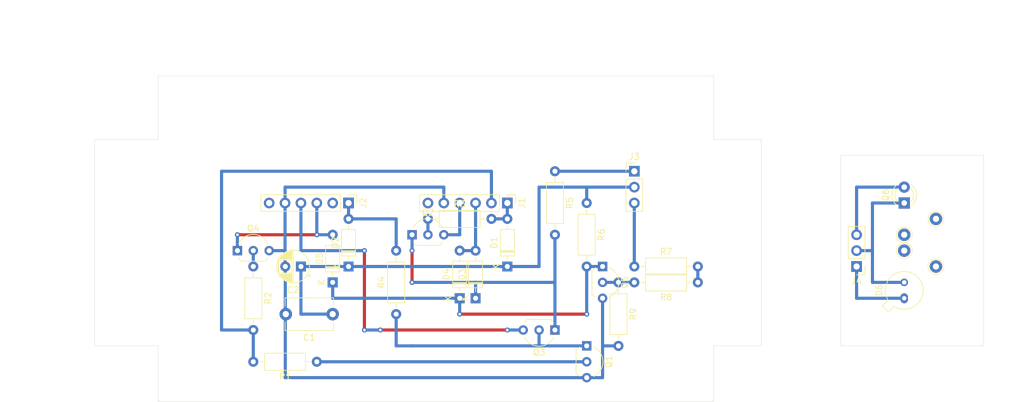
<source format=kicad_pcb>
(kicad_pcb (version 20171130) (host pcbnew "(5.1.6)-1")

  (general
    (thickness 1.6)
    (drawings 63)
    (tracks 94)
    (zones 0)
    (modules 35)
    (nets 26)
  )

  (page A4)
  (title_block
    (title "Optolink Duo Block")
    (date 2020-08-14)
    (rev 1)
    (company Vich-667)
  )

  (layers
    (0 F.Cu signal)
    (31 B.Cu signal)
    (32 B.Adhes user)
    (33 F.Adhes user)
    (34 B.Paste user)
    (35 F.Paste user)
    (36 B.SilkS user)
    (37 F.SilkS user)
    (38 B.Mask user)
    (39 F.Mask user)
    (40 Dwgs.User user)
    (41 Cmts.User user)
    (42 Eco1.User user)
    (43 Eco2.User user)
    (44 Edge.Cuts user)
    (45 Margin user)
    (46 B.CrtYd user)
    (47 F.CrtYd user)
    (48 B.Fab user)
    (49 F.Fab user)
  )

  (setup
    (last_trace_width 0.5)
    (user_trace_width 0.5)
    (trace_clearance 0.2)
    (zone_clearance 0.508)
    (zone_45_only no)
    (trace_min 0.2)
    (via_size 0.8)
    (via_drill 0.4)
    (via_min_size 0.4)
    (via_min_drill 0.3)
    (uvia_size 0.3)
    (uvia_drill 0.1)
    (uvias_allowed no)
    (uvia_min_size 0.2)
    (uvia_min_drill 0.1)
    (edge_width 0.05)
    (segment_width 0.2)
    (pcb_text_width 0.3)
    (pcb_text_size 1.5 1.5)
    (mod_edge_width 0.12)
    (mod_text_size 1 1)
    (mod_text_width 0.15)
    (pad_size 2 2)
    (pad_drill 1)
    (pad_to_mask_clearance 0.05)
    (aux_axis_origin 0 0)
    (visible_elements 7FFFFFFF)
    (pcbplotparams
      (layerselection 0x010fc_ffffffff)
      (usegerberextensions false)
      (usegerberattributes true)
      (usegerberadvancedattributes true)
      (creategerberjobfile true)
      (excludeedgelayer true)
      (linewidth 0.100000)
      (plotframeref false)
      (viasonmask false)
      (mode 1)
      (useauxorigin false)
      (hpglpennumber 1)
      (hpglpenspeed 20)
      (hpglpendiameter 15.000000)
      (psnegative false)
      (psa4output false)
      (plotreference true)
      (plotvalue true)
      (plotinvisibletext false)
      (padsonsilk false)
      (subtractmaskfromsilk false)
      (outputformat 1)
      (mirror false)
      (drillshape 1)
      (scaleselection 1)
      (outputdirectory ""))
  )

  (net 0 "")
  (net 1 +3V3)
  (net 2 GND)
  (net 3 /3V3_1)
  (net 4 /3V3_2)
  (net 5 /RX_1)
  (net 6 /RX_2)
  (net 7 "Net-(D6-Pad1)")
  (net 8 "Net-(D6-Pad2)")
  (net 9 /5V_1)
  (net 10 /TX_1)
  (net 11 /DTR_1)
  (net 12 /DTR_2)
  (net 13 /TX_2)
  (net 14 /5V_2)
  (net 15 "Net-(J3-Pad3)")
  (net 16 "Net-(J3-Pad1)")
  (net 17 "Net-(J4-Pad3)")
  (net 18 "Net-(Q1-Pad2)")
  (net 19 "Net-(Q2-Pad2)")
  (net 20 /TX)
  (net 21 /RX)
  (net 22 "Net-(Q5-Pad2)")
  (net 23 "Net-(Q1-Pad1)")
  (net 24 "Net-(Q4-Pad2)")
  (net 25 "Net-(R7-Pad2)")

  (net_class Default "This is the default net class."
    (clearance 0.2)
    (trace_width 0.25)
    (via_dia 0.8)
    (via_drill 0.4)
    (uvia_dia 0.3)
    (uvia_drill 0.1)
    (add_net +3V3)
    (add_net /3V3_1)
    (add_net /3V3_2)
    (add_net /5V_1)
    (add_net /5V_2)
    (add_net /DTR_1)
    (add_net /DTR_2)
    (add_net /RX)
    (add_net /RX_1)
    (add_net /RX_2)
    (add_net /TX)
    (add_net /TX_1)
    (add_net /TX_2)
    (add_net GND)
    (add_net "Net-(D6-Pad1)")
    (add_net "Net-(D6-Pad2)")
    (add_net "Net-(J3-Pad1)")
    (add_net "Net-(J3-Pad3)")
    (add_net "Net-(J4-Pad3)")
    (add_net "Net-(Q1-Pad1)")
    (add_net "Net-(Q1-Pad2)")
    (add_net "Net-(Q2-Pad2)")
    (add_net "Net-(Q4-Pad2)")
    (add_net "Net-(Q5-Pad2)")
    (add_net "Net-(R7-Pad2)")
  )

  (module Capacitor_THT:C_Disc_D7.5mm_W5.0mm_P7.50mm (layer F.Cu) (tedit 5AE50EF0) (tstamp 5F2D98D0)
    (at 76.2 76.2 180)
    (descr "C, Disc series, Radial, pin pitch=7.50mm, , diameter*width=7.5*5.0mm^2, Capacitor, http://www.vishay.com/docs/28535/vy2series.pdf")
    (tags "C Disc series Radial pin pitch 7.50mm  diameter 7.5mm width 5.0mm Capacitor")
    (path /5F2222D0)
    (fp_text reference C1 (at 3.75 -3.75) (layer F.SilkS)
      (effects (font (size 1 1) (thickness 0.15)))
    )
    (fp_text value 47n (at 3.75 3.75) (layer F.Fab)
      (effects (font (size 1 1) (thickness 0.15)))
    )
    (fp_text user %R (at 3.75 0) (layer F.Fab)
      (effects (font (size 1 1) (thickness 0.15)))
    )
    (fp_line (start 0 -2.5) (end 0 2.5) (layer F.Fab) (width 0.1))
    (fp_line (start 0 2.5) (end 7.5 2.5) (layer F.Fab) (width 0.1))
    (fp_line (start 7.5 2.5) (end 7.5 -2.5) (layer F.Fab) (width 0.1))
    (fp_line (start 7.5 -2.5) (end 0 -2.5) (layer F.Fab) (width 0.1))
    (fp_line (start -0.12 -2.62) (end 7.62 -2.62) (layer F.SilkS) (width 0.12))
    (fp_line (start -0.12 2.62) (end 7.62 2.62) (layer F.SilkS) (width 0.12))
    (fp_line (start -0.12 -2.62) (end -0.12 -1.256) (layer F.SilkS) (width 0.12))
    (fp_line (start -0.12 1.256) (end -0.12 2.62) (layer F.SilkS) (width 0.12))
    (fp_line (start 7.62 -2.62) (end 7.62 -1.256) (layer F.SilkS) (width 0.12))
    (fp_line (start 7.62 1.256) (end 7.62 2.62) (layer F.SilkS) (width 0.12))
    (fp_line (start -1.25 -2.75) (end -1.25 2.75) (layer F.CrtYd) (width 0.05))
    (fp_line (start -1.25 2.75) (end 8.75 2.75) (layer F.CrtYd) (width 0.05))
    (fp_line (start 8.75 2.75) (end 8.75 -2.75) (layer F.CrtYd) (width 0.05))
    (fp_line (start 8.75 -2.75) (end -1.25 -2.75) (layer F.CrtYd) (width 0.05))
    (pad 2 thru_hole circle (at 7.5 0 180) (size 2 2) (drill 1) (layers *.Cu *.Mask)
      (net 2 GND))
    (pad 1 thru_hole circle (at 0 0 180) (size 2 2) (drill 1) (layers *.Cu *.Mask)
      (net 1 +3V3))
    (model ${KISYS3DMOD}/Capacitor_THT.3dshapes/C_Disc_D7.5mm_W5.0mm_P7.50mm.wrl
      (at (xyz 0 0 0))
      (scale (xyz 1 1 1))
      (rotate (xyz 0 0 0))
    )
  )

  (module Capacitor_THT:CP_Radial_D5.0mm_P2.50mm (layer F.Cu) (tedit 5AE50EF0) (tstamp 5F2D998B)
    (at 71.12 68.58 180)
    (descr "CP, Radial series, Radial, pin pitch=2.50mm, , diameter=5mm, Electrolytic Capacitor")
    (tags "CP Radial series Radial pin pitch 2.50mm  diameter 5mm Electrolytic Capacitor")
    (path /5F221AAF)
    (fp_text reference C2 (at 1.25 -3.75) (layer F.SilkS)
      (effects (font (size 1 1) (thickness 0.15)))
    )
    (fp_text value 2µ2 (at 1.25 3.75) (layer F.Fab)
      (effects (font (size 1 1) (thickness 0.15)))
    )
    (fp_text user %R (at 1.25 0) (layer F.Fab)
      (effects (font (size 1 1) (thickness 0.15)))
    )
    (fp_circle (center 1.25 0) (end 3.75 0) (layer F.Fab) (width 0.1))
    (fp_circle (center 1.25 0) (end 3.87 0) (layer F.SilkS) (width 0.12))
    (fp_circle (center 1.25 0) (end 4 0) (layer F.CrtYd) (width 0.05))
    (fp_line (start -0.883605 -1.0875) (end -0.383605 -1.0875) (layer F.Fab) (width 0.1))
    (fp_line (start -0.633605 -1.3375) (end -0.633605 -0.8375) (layer F.Fab) (width 0.1))
    (fp_line (start 1.25 -2.58) (end 1.25 2.58) (layer F.SilkS) (width 0.12))
    (fp_line (start 1.29 -2.58) (end 1.29 2.58) (layer F.SilkS) (width 0.12))
    (fp_line (start 1.33 -2.579) (end 1.33 2.579) (layer F.SilkS) (width 0.12))
    (fp_line (start 1.37 -2.578) (end 1.37 2.578) (layer F.SilkS) (width 0.12))
    (fp_line (start 1.41 -2.576) (end 1.41 2.576) (layer F.SilkS) (width 0.12))
    (fp_line (start 1.45 -2.573) (end 1.45 2.573) (layer F.SilkS) (width 0.12))
    (fp_line (start 1.49 -2.569) (end 1.49 -1.04) (layer F.SilkS) (width 0.12))
    (fp_line (start 1.49 1.04) (end 1.49 2.569) (layer F.SilkS) (width 0.12))
    (fp_line (start 1.53 -2.565) (end 1.53 -1.04) (layer F.SilkS) (width 0.12))
    (fp_line (start 1.53 1.04) (end 1.53 2.565) (layer F.SilkS) (width 0.12))
    (fp_line (start 1.57 -2.561) (end 1.57 -1.04) (layer F.SilkS) (width 0.12))
    (fp_line (start 1.57 1.04) (end 1.57 2.561) (layer F.SilkS) (width 0.12))
    (fp_line (start 1.61 -2.556) (end 1.61 -1.04) (layer F.SilkS) (width 0.12))
    (fp_line (start 1.61 1.04) (end 1.61 2.556) (layer F.SilkS) (width 0.12))
    (fp_line (start 1.65 -2.55) (end 1.65 -1.04) (layer F.SilkS) (width 0.12))
    (fp_line (start 1.65 1.04) (end 1.65 2.55) (layer F.SilkS) (width 0.12))
    (fp_line (start 1.69 -2.543) (end 1.69 -1.04) (layer F.SilkS) (width 0.12))
    (fp_line (start 1.69 1.04) (end 1.69 2.543) (layer F.SilkS) (width 0.12))
    (fp_line (start 1.73 -2.536) (end 1.73 -1.04) (layer F.SilkS) (width 0.12))
    (fp_line (start 1.73 1.04) (end 1.73 2.536) (layer F.SilkS) (width 0.12))
    (fp_line (start 1.77 -2.528) (end 1.77 -1.04) (layer F.SilkS) (width 0.12))
    (fp_line (start 1.77 1.04) (end 1.77 2.528) (layer F.SilkS) (width 0.12))
    (fp_line (start 1.81 -2.52) (end 1.81 -1.04) (layer F.SilkS) (width 0.12))
    (fp_line (start 1.81 1.04) (end 1.81 2.52) (layer F.SilkS) (width 0.12))
    (fp_line (start 1.85 -2.511) (end 1.85 -1.04) (layer F.SilkS) (width 0.12))
    (fp_line (start 1.85 1.04) (end 1.85 2.511) (layer F.SilkS) (width 0.12))
    (fp_line (start 1.89 -2.501) (end 1.89 -1.04) (layer F.SilkS) (width 0.12))
    (fp_line (start 1.89 1.04) (end 1.89 2.501) (layer F.SilkS) (width 0.12))
    (fp_line (start 1.93 -2.491) (end 1.93 -1.04) (layer F.SilkS) (width 0.12))
    (fp_line (start 1.93 1.04) (end 1.93 2.491) (layer F.SilkS) (width 0.12))
    (fp_line (start 1.971 -2.48) (end 1.971 -1.04) (layer F.SilkS) (width 0.12))
    (fp_line (start 1.971 1.04) (end 1.971 2.48) (layer F.SilkS) (width 0.12))
    (fp_line (start 2.011 -2.468) (end 2.011 -1.04) (layer F.SilkS) (width 0.12))
    (fp_line (start 2.011 1.04) (end 2.011 2.468) (layer F.SilkS) (width 0.12))
    (fp_line (start 2.051 -2.455) (end 2.051 -1.04) (layer F.SilkS) (width 0.12))
    (fp_line (start 2.051 1.04) (end 2.051 2.455) (layer F.SilkS) (width 0.12))
    (fp_line (start 2.091 -2.442) (end 2.091 -1.04) (layer F.SilkS) (width 0.12))
    (fp_line (start 2.091 1.04) (end 2.091 2.442) (layer F.SilkS) (width 0.12))
    (fp_line (start 2.131 -2.428) (end 2.131 -1.04) (layer F.SilkS) (width 0.12))
    (fp_line (start 2.131 1.04) (end 2.131 2.428) (layer F.SilkS) (width 0.12))
    (fp_line (start 2.171 -2.414) (end 2.171 -1.04) (layer F.SilkS) (width 0.12))
    (fp_line (start 2.171 1.04) (end 2.171 2.414) (layer F.SilkS) (width 0.12))
    (fp_line (start 2.211 -2.398) (end 2.211 -1.04) (layer F.SilkS) (width 0.12))
    (fp_line (start 2.211 1.04) (end 2.211 2.398) (layer F.SilkS) (width 0.12))
    (fp_line (start 2.251 -2.382) (end 2.251 -1.04) (layer F.SilkS) (width 0.12))
    (fp_line (start 2.251 1.04) (end 2.251 2.382) (layer F.SilkS) (width 0.12))
    (fp_line (start 2.291 -2.365) (end 2.291 -1.04) (layer F.SilkS) (width 0.12))
    (fp_line (start 2.291 1.04) (end 2.291 2.365) (layer F.SilkS) (width 0.12))
    (fp_line (start 2.331 -2.348) (end 2.331 -1.04) (layer F.SilkS) (width 0.12))
    (fp_line (start 2.331 1.04) (end 2.331 2.348) (layer F.SilkS) (width 0.12))
    (fp_line (start 2.371 -2.329) (end 2.371 -1.04) (layer F.SilkS) (width 0.12))
    (fp_line (start 2.371 1.04) (end 2.371 2.329) (layer F.SilkS) (width 0.12))
    (fp_line (start 2.411 -2.31) (end 2.411 -1.04) (layer F.SilkS) (width 0.12))
    (fp_line (start 2.411 1.04) (end 2.411 2.31) (layer F.SilkS) (width 0.12))
    (fp_line (start 2.451 -2.29) (end 2.451 -1.04) (layer F.SilkS) (width 0.12))
    (fp_line (start 2.451 1.04) (end 2.451 2.29) (layer F.SilkS) (width 0.12))
    (fp_line (start 2.491 -2.268) (end 2.491 -1.04) (layer F.SilkS) (width 0.12))
    (fp_line (start 2.491 1.04) (end 2.491 2.268) (layer F.SilkS) (width 0.12))
    (fp_line (start 2.531 -2.247) (end 2.531 -1.04) (layer F.SilkS) (width 0.12))
    (fp_line (start 2.531 1.04) (end 2.531 2.247) (layer F.SilkS) (width 0.12))
    (fp_line (start 2.571 -2.224) (end 2.571 -1.04) (layer F.SilkS) (width 0.12))
    (fp_line (start 2.571 1.04) (end 2.571 2.224) (layer F.SilkS) (width 0.12))
    (fp_line (start 2.611 -2.2) (end 2.611 -1.04) (layer F.SilkS) (width 0.12))
    (fp_line (start 2.611 1.04) (end 2.611 2.2) (layer F.SilkS) (width 0.12))
    (fp_line (start 2.651 -2.175) (end 2.651 -1.04) (layer F.SilkS) (width 0.12))
    (fp_line (start 2.651 1.04) (end 2.651 2.175) (layer F.SilkS) (width 0.12))
    (fp_line (start 2.691 -2.149) (end 2.691 -1.04) (layer F.SilkS) (width 0.12))
    (fp_line (start 2.691 1.04) (end 2.691 2.149) (layer F.SilkS) (width 0.12))
    (fp_line (start 2.731 -2.122) (end 2.731 -1.04) (layer F.SilkS) (width 0.12))
    (fp_line (start 2.731 1.04) (end 2.731 2.122) (layer F.SilkS) (width 0.12))
    (fp_line (start 2.771 -2.095) (end 2.771 -1.04) (layer F.SilkS) (width 0.12))
    (fp_line (start 2.771 1.04) (end 2.771 2.095) (layer F.SilkS) (width 0.12))
    (fp_line (start 2.811 -2.065) (end 2.811 -1.04) (layer F.SilkS) (width 0.12))
    (fp_line (start 2.811 1.04) (end 2.811 2.065) (layer F.SilkS) (width 0.12))
    (fp_line (start 2.851 -2.035) (end 2.851 -1.04) (layer F.SilkS) (width 0.12))
    (fp_line (start 2.851 1.04) (end 2.851 2.035) (layer F.SilkS) (width 0.12))
    (fp_line (start 2.891 -2.004) (end 2.891 -1.04) (layer F.SilkS) (width 0.12))
    (fp_line (start 2.891 1.04) (end 2.891 2.004) (layer F.SilkS) (width 0.12))
    (fp_line (start 2.931 -1.971) (end 2.931 -1.04) (layer F.SilkS) (width 0.12))
    (fp_line (start 2.931 1.04) (end 2.931 1.971) (layer F.SilkS) (width 0.12))
    (fp_line (start 2.971 -1.937) (end 2.971 -1.04) (layer F.SilkS) (width 0.12))
    (fp_line (start 2.971 1.04) (end 2.971 1.937) (layer F.SilkS) (width 0.12))
    (fp_line (start 3.011 -1.901) (end 3.011 -1.04) (layer F.SilkS) (width 0.12))
    (fp_line (start 3.011 1.04) (end 3.011 1.901) (layer F.SilkS) (width 0.12))
    (fp_line (start 3.051 -1.864) (end 3.051 -1.04) (layer F.SilkS) (width 0.12))
    (fp_line (start 3.051 1.04) (end 3.051 1.864) (layer F.SilkS) (width 0.12))
    (fp_line (start 3.091 -1.826) (end 3.091 -1.04) (layer F.SilkS) (width 0.12))
    (fp_line (start 3.091 1.04) (end 3.091 1.826) (layer F.SilkS) (width 0.12))
    (fp_line (start 3.131 -1.785) (end 3.131 -1.04) (layer F.SilkS) (width 0.12))
    (fp_line (start 3.131 1.04) (end 3.131 1.785) (layer F.SilkS) (width 0.12))
    (fp_line (start 3.171 -1.743) (end 3.171 -1.04) (layer F.SilkS) (width 0.12))
    (fp_line (start 3.171 1.04) (end 3.171 1.743) (layer F.SilkS) (width 0.12))
    (fp_line (start 3.211 -1.699) (end 3.211 -1.04) (layer F.SilkS) (width 0.12))
    (fp_line (start 3.211 1.04) (end 3.211 1.699) (layer F.SilkS) (width 0.12))
    (fp_line (start 3.251 -1.653) (end 3.251 -1.04) (layer F.SilkS) (width 0.12))
    (fp_line (start 3.251 1.04) (end 3.251 1.653) (layer F.SilkS) (width 0.12))
    (fp_line (start 3.291 -1.605) (end 3.291 -1.04) (layer F.SilkS) (width 0.12))
    (fp_line (start 3.291 1.04) (end 3.291 1.605) (layer F.SilkS) (width 0.12))
    (fp_line (start 3.331 -1.554) (end 3.331 -1.04) (layer F.SilkS) (width 0.12))
    (fp_line (start 3.331 1.04) (end 3.331 1.554) (layer F.SilkS) (width 0.12))
    (fp_line (start 3.371 -1.5) (end 3.371 -1.04) (layer F.SilkS) (width 0.12))
    (fp_line (start 3.371 1.04) (end 3.371 1.5) (layer F.SilkS) (width 0.12))
    (fp_line (start 3.411 -1.443) (end 3.411 -1.04) (layer F.SilkS) (width 0.12))
    (fp_line (start 3.411 1.04) (end 3.411 1.443) (layer F.SilkS) (width 0.12))
    (fp_line (start 3.451 -1.383) (end 3.451 -1.04) (layer F.SilkS) (width 0.12))
    (fp_line (start 3.451 1.04) (end 3.451 1.383) (layer F.SilkS) (width 0.12))
    (fp_line (start 3.491 -1.319) (end 3.491 -1.04) (layer F.SilkS) (width 0.12))
    (fp_line (start 3.491 1.04) (end 3.491 1.319) (layer F.SilkS) (width 0.12))
    (fp_line (start 3.531 -1.251) (end 3.531 -1.04) (layer F.SilkS) (width 0.12))
    (fp_line (start 3.531 1.04) (end 3.531 1.251) (layer F.SilkS) (width 0.12))
    (fp_line (start 3.571 -1.178) (end 3.571 1.178) (layer F.SilkS) (width 0.12))
    (fp_line (start 3.611 -1.098) (end 3.611 1.098) (layer F.SilkS) (width 0.12))
    (fp_line (start 3.651 -1.011) (end 3.651 1.011) (layer F.SilkS) (width 0.12))
    (fp_line (start 3.691 -0.915) (end 3.691 0.915) (layer F.SilkS) (width 0.12))
    (fp_line (start 3.731 -0.805) (end 3.731 0.805) (layer F.SilkS) (width 0.12))
    (fp_line (start 3.771 -0.677) (end 3.771 0.677) (layer F.SilkS) (width 0.12))
    (fp_line (start 3.811 -0.518) (end 3.811 0.518) (layer F.SilkS) (width 0.12))
    (fp_line (start 3.851 -0.284) (end 3.851 0.284) (layer F.SilkS) (width 0.12))
    (fp_line (start -1.554775 -1.475) (end -1.054775 -1.475) (layer F.SilkS) (width 0.12))
    (fp_line (start -1.304775 -1.725) (end -1.304775 -1.225) (layer F.SilkS) (width 0.12))
    (pad 2 thru_hole circle (at 2.5 0 180) (size 1.6 1.6) (drill 0.8) (layers *.Cu *.Mask)
      (net 2 GND))
    (pad 1 thru_hole rect (at 0 0 180) (size 1.6 1.6) (drill 0.8) (layers *.Cu *.Mask)
      (net 1 +3V3))
    (model ${KISYS3DMOD}/Capacitor_THT.3dshapes/CP_Radial_D5.0mm_P2.50mm.wrl
      (at (xyz 0 0 0))
      (scale (xyz 1 1 1))
      (rotate (xyz 0 0 0))
    )
  )

  (module Resistor_THT:R_Axial_DIN0207_L6.3mm_D2.5mm_P10.16mm_Horizontal (layer F.Cu) (tedit 5AE5139B) (tstamp 5F36935F)
    (at 134.62 71.12 180)
    (descr "Resistor, Axial_DIN0207 series, Axial, Horizontal, pin pitch=10.16mm, 0.25W = 1/4W, length*diameter=6.3*2.5mm^2, http://cdn-reichelt.de/documents/datenblatt/B400/1_4W%23YAG.pdf")
    (tags "Resistor Axial_DIN0207 series Axial Horizontal pin pitch 10.16mm 0.25W = 1/4W length 6.3mm diameter 2.5mm")
    (path /5F36DD7F)
    (fp_text reference R8 (at 5.08 -2.37) (layer F.SilkS)
      (effects (font (size 1 1) (thickness 0.15)))
    )
    (fp_text value 287 (at 5.08 2.37) (layer F.Fab)
      (effects (font (size 1 1) (thickness 0.15)))
    )
    (fp_line (start 11.21 -1.5) (end -1.05 -1.5) (layer F.CrtYd) (width 0.05))
    (fp_line (start 11.21 1.5) (end 11.21 -1.5) (layer F.CrtYd) (width 0.05))
    (fp_line (start -1.05 1.5) (end 11.21 1.5) (layer F.CrtYd) (width 0.05))
    (fp_line (start -1.05 -1.5) (end -1.05 1.5) (layer F.CrtYd) (width 0.05))
    (fp_line (start 9.12 0) (end 8.35 0) (layer F.SilkS) (width 0.12))
    (fp_line (start 1.04 0) (end 1.81 0) (layer F.SilkS) (width 0.12))
    (fp_line (start 8.35 -1.37) (end 1.81 -1.37) (layer F.SilkS) (width 0.12))
    (fp_line (start 8.35 1.37) (end 8.35 -1.37) (layer F.SilkS) (width 0.12))
    (fp_line (start 1.81 1.37) (end 8.35 1.37) (layer F.SilkS) (width 0.12))
    (fp_line (start 1.81 -1.37) (end 1.81 1.37) (layer F.SilkS) (width 0.12))
    (fp_line (start 10.16 0) (end 8.23 0) (layer F.Fab) (width 0.1))
    (fp_line (start 0 0) (end 1.93 0) (layer F.Fab) (width 0.1))
    (fp_line (start 8.23 -1.25) (end 1.93 -1.25) (layer F.Fab) (width 0.1))
    (fp_line (start 8.23 1.25) (end 8.23 -1.25) (layer F.Fab) (width 0.1))
    (fp_line (start 1.93 1.25) (end 8.23 1.25) (layer F.Fab) (width 0.1))
    (fp_line (start 1.93 -1.25) (end 1.93 1.25) (layer F.Fab) (width 0.1))
    (fp_text user %R (at 5.08 0) (layer F.Fab)
      (effects (font (size 1 1) (thickness 0.15)))
    )
    (pad 2 thru_hole oval (at 10.16 0 180) (size 1.6 1.6) (drill 0.8) (layers *.Cu *.Mask)
      (net 22 "Net-(Q5-Pad2)"))
    (pad 1 thru_hole circle (at 0 0 180) (size 1.6 1.6) (drill 0.8) (layers *.Cu *.Mask)
      (net 25 "Net-(R7-Pad2)"))
    (model ${KISYS3DMOD}/Resistor_THT.3dshapes/R_Axial_DIN0207_L6.3mm_D2.5mm_P10.16mm_Horizontal.wrl
      (at (xyz 0 0 0))
      (scale (xyz 1 1 1))
      (rotate (xyz 0 0 0))
    )
  )

  (module Package_TO_SOT_THT:TO-92L_Inline_Wide (layer F.Cu) (tedit 5A11996A) (tstamp 5F2DB38D)
    (at 116.84 81.28 270)
    (descr "TO-92L leads in-line (large body variant of TO-92), also known as TO-226, wide, drill 0.75mm (see https://www.diodes.com/assets/Package-Files/TO92L.pdf and http://www.ti.com/lit/an/snoa059/snoa059.pdf)")
    (tags "TO-92L Inline Wide transistor")
    (path /5F281024)
    (fp_text reference Q1 (at 2.54 -3.56 90) (layer F.SilkS)
      (effects (font (size 1 1) (thickness 0.15)))
    )
    (fp_text value BC547 (at 2.54 2.79 90) (layer F.Fab)
      (effects (font (size 1 1) (thickness 0.15)))
    )
    (fp_line (start 6.1 1.85) (end -1 1.85) (layer F.CrtYd) (width 0.05))
    (fp_line (start 6.1 1.85) (end 6.1 -2.75) (layer F.CrtYd) (width 0.05))
    (fp_line (start -1 -2.75) (end -1 1.85) (layer F.CrtYd) (width 0.05))
    (fp_line (start -1 -2.75) (end 6.1 -2.75) (layer F.CrtYd) (width 0.05))
    (fp_line (start 0.65 1.6) (end 4.4 1.6) (layer F.Fab) (width 0.1))
    (fp_line (start 0.6 1.7) (end 4.45 1.7) (layer F.SilkS) (width 0.12))
    (fp_arc (start 2.54 0) (end 4.45 1.7) (angle -15.88591585) (layer F.SilkS) (width 0.12))
    (fp_arc (start 2.54 0) (end 2.54 -2.48) (angle -130.2499344) (layer F.Fab) (width 0.1))
    (fp_arc (start 2.54 0) (end 2.54 -2.48) (angle 129.9527847) (layer F.Fab) (width 0.1))
    (fp_arc (start 2.54 0) (end 2.54 -2.6) (angle 65) (layer F.SilkS) (width 0.12))
    (fp_arc (start 2.54 0) (end 2.54 -2.6) (angle -65) (layer F.SilkS) (width 0.12))
    (fp_arc (start 2.54 0) (end 0.6 1.7) (angle 15.44288892) (layer F.SilkS) (width 0.12))
    (fp_text user %R (at 2.54 -3.56 90) (layer F.Fab)
      (effects (font (size 1 1) (thickness 0.15)))
    )
    (pad 1 thru_hole rect (at 0 0) (size 1.5 1.5) (drill 0.8) (layers *.Cu *.Mask)
      (net 23 "Net-(Q1-Pad1)"))
    (pad 3 thru_hole circle (at 5.08 0) (size 1.5 1.5) (drill 0.8) (layers *.Cu *.Mask)
      (net 2 GND))
    (pad 2 thru_hole circle (at 2.54 0) (size 1.5 1.5) (drill 0.8) (layers *.Cu *.Mask)
      (net 18 "Net-(Q1-Pad2)"))
    (model ${KISYS3DMOD}/Package_TO_SOT_THT.3dshapes/TO-92L_Inline_Wide.wrl
      (at (xyz 0 0 0))
      (scale (xyz 1 1 1))
      (rotate (xyz 0 0 0))
    )
  )

  (module MountingHole:MountingHole_3.2mm_M3 (layer F.Cu) (tedit 56D1B4CB) (tstamp 5F2D6318)
    (at 50.8 50.8)
    (descr "Mounting Hole 3.2mm, no annular, M3")
    (tags "mounting hole 3.2mm no annular m3")
    (attr virtual)
    (fp_text reference "" (at 0 -4.2) (layer F.SilkS)
      (effects (font (size 1 1) (thickness 0.15)))
    )
    (fp_text value "" (at 0 4.2) (layer F.Fab)
      (effects (font (size 1 1) (thickness 0.15)))
    )
    (fp_circle (center 0 0) (end 3.2 0) (layer Cmts.User) (width 0.15))
    (fp_circle (center 0 0) (end 3.45 0) (layer F.CrtYd) (width 0.05))
    (fp_text user %R (at 0.3 0) (layer F.Fab)
      (effects (font (size 1 1) (thickness 0.15)))
    )
    (pad 1 np_thru_hole circle (at 0 0) (size 3.2 3.2) (drill 3.2) (layers *.Cu *.Mask))
  )

  (module MountingHole:MountingHole_3.2mm_M3 (layer F.Cu) (tedit 56D1B4CB) (tstamp 5F2D6342)
    (at 134.62 78.74)
    (descr "Mounting Hole 3.2mm, no annular, M3")
    (tags "mounting hole 3.2mm no annular m3")
    (attr virtual)
    (fp_text reference "" (at 0 -4.2) (layer F.SilkS)
      (effects (font (size 1 1) (thickness 0.15)))
    )
    (fp_text value "" (at 0 4.2) (layer F.Fab)
      (effects (font (size 1 1) (thickness 0.15)))
    )
    (fp_circle (center 0 0) (end 3.2 0) (layer Cmts.User) (width 0.15))
    (fp_circle (center 0 0) (end 3.45 0) (layer F.CrtYd) (width 0.05))
    (fp_text user %R (at 0.3 0) (layer F.Fab)
      (effects (font (size 1 1) (thickness 0.15)))
    )
    (pad 1 np_thru_hole circle (at 0 0) (size 3.2 3.2) (drill 3.2) (layers *.Cu *.Mask))
  )

  (module MountingHole:MountingHole_3.2mm_M3 (layer F.Cu) (tedit 56D1B4CB) (tstamp 5F2D632D)
    (at 134.62 50.8)
    (descr "Mounting Hole 3.2mm, no annular, M3")
    (tags "mounting hole 3.2mm no annular m3")
    (attr virtual)
    (fp_text reference "" (at 0 -4.2) (layer F.SilkS)
      (effects (font (size 1 1) (thickness 0.15)))
    )
    (fp_text value "" (at 0 4.2) (layer F.Fab)
      (effects (font (size 1 1) (thickness 0.15)))
    )
    (fp_circle (center 0 0) (end 3.45 0) (layer F.CrtYd) (width 0.05))
    (fp_circle (center 0 0) (end 3.2 0) (layer Cmts.User) (width 0.15))
    (fp_text user %R (at 0.3 0) (layer F.Fab)
      (effects (font (size 1 1) (thickness 0.15)))
    )
    (pad 1 np_thru_hole circle (at 0 0) (size 3.2 3.2) (drill 3.2) (layers *.Cu *.Mask))
  )

  (module MountingHole:MountingHole_3.2mm_M3 (layer F.Cu) (tedit 56D1B4CB) (tstamp 5F2D6357)
    (at 50.8 78.74)
    (descr "Mounting Hole 3.2mm, no annular, M3")
    (tags "mounting hole 3.2mm no annular m3")
    (attr virtual)
    (fp_text reference "" (at 0 -4.2) (layer F.SilkS)
      (effects (font (size 1 1) (thickness 0.15)))
    )
    (fp_text value "" (at 0 4.2) (layer F.Fab)
      (effects (font (size 1 1) (thickness 0.15)))
    )
    (fp_circle (center 0 0) (end 3.45 0) (layer F.CrtYd) (width 0.05))
    (fp_circle (center 0 0) (end 3.2 0) (layer Cmts.User) (width 0.15))
    (fp_text user %R (at 0.3 0) (layer F.Fab)
      (effects (font (size 1 1) (thickness 0.15)))
    )
    (pad 1 np_thru_hole circle (at 0 0) (size 3.2 3.2) (drill 3.2) (layers *.Cu *.Mask))
  )

  (module Connector_Pin:Pin_D1.0mm_L10.0mm (layer F.Cu) (tedit 5F270ECE) (tstamp 5F273250)
    (at 172.72 68.58)
    (descr "solder Pin_ diameter 1.0mm, hole diameter 1.0mm (press fit), length 10.0mm")
    (tags "solder Pin_ press fit")
    (fp_text reference "" (at 0 2.25) (layer F.SilkS)
      (effects (font (size 1 1) (thickness 0.15)))
    )
    (fp_text value "" (at 0 -2.05) (layer F.Fab)
      (effects (font (size 1 1) (thickness 0.15)))
    )
    (fp_circle (center 0 0) (end 1.25 0.05) (layer F.SilkS) (width 0.12))
    (fp_circle (center 0 0) (end 1 0) (layer F.Fab) (width 0.12))
    (fp_circle (center 0 0) (end 0.5 0) (layer F.Fab) (width 0.12))
    (fp_circle (center 0 0) (end 1.5 0) (layer F.CrtYd) (width 0.05))
    (fp_text user %R (at 0 2.25) (layer F.Fab)
      (effects (font (size 1 1) (thickness 0.15)))
    )
    (pad V thru_hole circle (at 0 0) (size 2 2) (drill 1) (layers *.Cu *.Mask))
    (model ${KISYS3DMOD}/Connector_Pin.3dshapes/Pin_D1.0mm_L10.0mm.wrl
      (at (xyz 0 0 0))
      (scale (xyz 1 1 1))
      (rotate (xyz 0 0 0))
    )
  )

  (module Connector_Pin:Pin_D1.0mm_L10.0mm (layer F.Cu) (tedit 5F270ECE) (tstamp 5F27326B)
    (at 167.64 66.04)
    (descr "solder Pin_ diameter 1.0mm, hole diameter 1.0mm (press fit), length 10.0mm")
    (tags "solder Pin_ press fit")
    (fp_text reference "" (at 0 2.25) (layer F.SilkS)
      (effects (font (size 1 1) (thickness 0.15)))
    )
    (fp_text value "" (at 0 -2.05) (layer F.Fab)
      (effects (font (size 1 1) (thickness 0.15)))
    )
    (fp_circle (center 0 0) (end 1.5 0) (layer F.CrtYd) (width 0.05))
    (fp_circle (center 0 0) (end 0.5 0) (layer F.Fab) (width 0.12))
    (fp_circle (center 0 0) (end 1 0) (layer F.Fab) (width 0.12))
    (fp_circle (center 0 0) (end 1.25 0.05) (layer F.SilkS) (width 0.12))
    (fp_text user %R (at 0 2.25) (layer F.Fab)
      (effects (font (size 1 1) (thickness 0.15)))
    )
    (pad V thru_hole circle (at 0 0) (size 2 2) (drill 1) (layers *.Cu *.Mask))
    (model ${KISYS3DMOD}/Connector_Pin.3dshapes/Pin_D1.0mm_L10.0mm.wrl
      (at (xyz 0 0 0))
      (scale (xyz 1 1 1))
      (rotate (xyz 0 0 0))
    )
  )

  (module Connector_Pin:Pin_D1.0mm_L10.0mm (layer F.Cu) (tedit 5F270ECE) (tstamp 5F273286)
    (at 172.72 60.96)
    (descr "solder Pin_ diameter 1.0mm, hole diameter 1.0mm (press fit), length 10.0mm")
    (tags "solder Pin_ press fit")
    (fp_text reference "" (at 0 2.25) (layer F.SilkS)
      (effects (font (size 1 1) (thickness 0.15)))
    )
    (fp_text value "" (at 0 -2.05) (layer F.Fab)
      (effects (font (size 1 1) (thickness 0.15)))
    )
    (fp_circle (center 0 0) (end 1.25 0.05) (layer F.SilkS) (width 0.12))
    (fp_circle (center 0 0) (end 1 0) (layer F.Fab) (width 0.12))
    (fp_circle (center 0 0) (end 0.5 0) (layer F.Fab) (width 0.12))
    (fp_circle (center 0 0) (end 1.5 0) (layer F.CrtYd) (width 0.05))
    (fp_text user %R (at 0 2.25) (layer F.Fab)
      (effects (font (size 1 1) (thickness 0.15)))
    )
    (pad V thru_hole circle (at 0 0) (size 2 2) (drill 1) (layers *.Cu *.Mask))
    (model ${KISYS3DMOD}/Connector_Pin.3dshapes/Pin_D1.0mm_L10.0mm.wrl
      (at (xyz 0 0 0))
      (scale (xyz 1 1 1))
      (rotate (xyz 0 0 0))
    )
  )

  (module Connector_Pin:Pin_D1.0mm_L10.0mm (layer F.Cu) (tedit 5F270ECE) (tstamp 5F273235)
    (at 167.64 63.5)
    (descr "solder Pin_ diameter 1.0mm, hole diameter 1.0mm (press fit), length 10.0mm")
    (tags "solder Pin_ press fit")
    (fp_text reference "" (at 0 2.25) (layer F.SilkS)
      (effects (font (size 1 1) (thickness 0.15)))
    )
    (fp_text value "" (at 0 -2.05) (layer F.Fab)
      (effects (font (size 1 1) (thickness 0.15)))
    )
    (fp_circle (center 0 0) (end 1.5 0) (layer F.CrtYd) (width 0.05))
    (fp_circle (center 0 0) (end 0.5 0) (layer F.Fab) (width 0.12))
    (fp_circle (center 0 0) (end 1 0) (layer F.Fab) (width 0.12))
    (fp_circle (center 0 0) (end 1.25 0.05) (layer F.SilkS) (width 0.12))
    (fp_text user %R (at 0 2.25) (layer F.Fab)
      (effects (font (size 1 1) (thickness 0.15)))
    )
    (pad V thru_hole circle (at 0 0) (size 2 2) (drill 1) (layers *.Cu *.Mask))
    (model ${KISYS3DMOD}/Connector_Pin.3dshapes/Pin_D1.0mm_L10.0mm.wrl
      (at (xyz 0 0 0))
      (scale (xyz 1 1 1))
      (rotate (xyz 0 0 0))
    )
  )

  (module Package_TO_SOT_THT:TO-92L_Inline_Wide (layer F.Cu) (tedit 5A11996A) (tstamp 5F2DAE2F)
    (at 111.76 78.74 180)
    (descr "TO-92L leads in-line (large body variant of TO-92), also known as TO-226, wide, drill 0.75mm (see https://www.diodes.com/assets/Package-Files/TO92L.pdf and http://www.ti.com/lit/an/snoa059/snoa059.pdf)")
    (tags "TO-92L Inline Wide transistor")
    (path /5F238253)
    (fp_text reference Q3 (at 2.54 -3.56) (layer F.SilkS)
      (effects (font (size 1 1) (thickness 0.15)))
    )
    (fp_text value BC547 (at 2.54 2.79) (layer F.Fab)
      (effects (font (size 1 1) (thickness 0.15)))
    )
    (fp_line (start 6.1 1.85) (end -1 1.85) (layer F.CrtYd) (width 0.05))
    (fp_line (start 6.1 1.85) (end 6.1 -2.75) (layer F.CrtYd) (width 0.05))
    (fp_line (start -1 -2.75) (end -1 1.85) (layer F.CrtYd) (width 0.05))
    (fp_line (start -1 -2.75) (end 6.1 -2.75) (layer F.CrtYd) (width 0.05))
    (fp_line (start 0.65 1.6) (end 4.4 1.6) (layer F.Fab) (width 0.1))
    (fp_line (start 0.6 1.7) (end 4.45 1.7) (layer F.SilkS) (width 0.12))
    (fp_arc (start 2.54 0) (end 4.45 1.7) (angle -15.88591585) (layer F.SilkS) (width 0.12))
    (fp_arc (start 2.54 0) (end 2.54 -2.48) (angle -130.2499344) (layer F.Fab) (width 0.1))
    (fp_arc (start 2.54 0) (end 2.54 -2.48) (angle 129.9527847) (layer F.Fab) (width 0.1))
    (fp_arc (start 2.54 0) (end 2.54 -2.6) (angle 65) (layer F.SilkS) (width 0.12))
    (fp_arc (start 2.54 0) (end 2.54 -2.6) (angle -65) (layer F.SilkS) (width 0.12))
    (fp_arc (start 2.54 0) (end 0.6 1.7) (angle 15.44288892) (layer F.SilkS) (width 0.12))
    (fp_text user %R (at 2.54 -3.56) (layer F.Fab)
      (effects (font (size 1 1) (thickness 0.15)))
    )
    (pad 1 thru_hole rect (at 0 0 270) (size 1.5 1.5) (drill 0.8) (layers *.Cu *.Mask)
      (net 20 /TX))
    (pad 3 thru_hole circle (at 5.08 0 270) (size 1.5 1.5) (drill 0.8) (layers *.Cu *.Mask)
      (net 13 /TX_2))
    (pad 2 thru_hole circle (at 2.54 0 270) (size 1.5 1.5) (drill 0.8) (layers *.Cu *.Mask)
      (net 23 "Net-(Q1-Pad1)"))
    (model ${KISYS3DMOD}/Package_TO_SOT_THT.3dshapes/TO-92L_Inline_Wide.wrl
      (at (xyz 0 0 0))
      (scale (xyz 1 1 1))
      (rotate (xyz 0 0 0))
    )
  )

  (module Resistor_THT:R_Axial_DIN0207_L6.3mm_D2.5mm_P10.16mm_Horizontal (layer F.Cu) (tedit 5AE5139B) (tstamp 5F2D9E78)
    (at 91.44 60.96)
    (descr "Resistor, Axial_DIN0207 series, Axial, Horizontal, pin pitch=10.16mm, 0.25W = 1/4W, length*diameter=6.3*2.5mm^2, http://cdn-reichelt.de/documents/datenblatt/B400/1_4W%23YAG.pdf")
    (tags "Resistor Axial_DIN0207 series Axial Horizontal pin pitch 10.16mm 0.25W = 1/4W length 6.3mm diameter 2.5mm")
    (path /5F238FFB)
    (fp_text reference R3 (at 5.08 -2.37) (layer F.SilkS)
      (effects (font (size 1 1) (thickness 0.15)))
    )
    (fp_text value 2k15 (at 5.08 2.37) (layer F.Fab)
      (effects (font (size 1 1) (thickness 0.15)))
    )
    (fp_line (start 11.21 -1.5) (end -1.05 -1.5) (layer F.CrtYd) (width 0.05))
    (fp_line (start 11.21 1.5) (end 11.21 -1.5) (layer F.CrtYd) (width 0.05))
    (fp_line (start -1.05 1.5) (end 11.21 1.5) (layer F.CrtYd) (width 0.05))
    (fp_line (start -1.05 -1.5) (end -1.05 1.5) (layer F.CrtYd) (width 0.05))
    (fp_line (start 9.12 0) (end 8.35 0) (layer F.SilkS) (width 0.12))
    (fp_line (start 1.04 0) (end 1.81 0) (layer F.SilkS) (width 0.12))
    (fp_line (start 8.35 -1.37) (end 1.81 -1.37) (layer F.SilkS) (width 0.12))
    (fp_line (start 8.35 1.37) (end 8.35 -1.37) (layer F.SilkS) (width 0.12))
    (fp_line (start 1.81 1.37) (end 8.35 1.37) (layer F.SilkS) (width 0.12))
    (fp_line (start 1.81 -1.37) (end 1.81 1.37) (layer F.SilkS) (width 0.12))
    (fp_line (start 10.16 0) (end 8.23 0) (layer F.Fab) (width 0.1))
    (fp_line (start 0 0) (end 1.93 0) (layer F.Fab) (width 0.1))
    (fp_line (start 8.23 -1.25) (end 1.93 -1.25) (layer F.Fab) (width 0.1))
    (fp_line (start 8.23 1.25) (end 8.23 -1.25) (layer F.Fab) (width 0.1))
    (fp_line (start 1.93 1.25) (end 8.23 1.25) (layer F.Fab) (width 0.1))
    (fp_line (start 1.93 -1.25) (end 1.93 1.25) (layer F.Fab) (width 0.1))
    (fp_text user %R (at 5.08 0) (layer F.Fab)
      (effects (font (size 1 1) (thickness 0.15)))
    )
    (pad 1 thru_hole circle (at 0 0) (size 1.6 1.6) (drill 0.8) (layers *.Cu *.Mask)
      (net 19 "Net-(Q2-Pad2)"))
    (pad 2 thru_hole oval (at 10.16 0) (size 1.6 1.6) (drill 0.8) (layers *.Cu *.Mask)
      (net 3 /3V3_1))
    (model ${KISYS3DMOD}/Resistor_THT.3dshapes/R_Axial_DIN0207_L6.3mm_D2.5mm_P10.16mm_Horizontal.wrl
      (at (xyz 0 0 0))
      (scale (xyz 1 1 1))
      (rotate (xyz 0 0 0))
    )
  )

  (module Package_TO_SOT_THT:TO-92L_Inline_Wide (layer F.Cu) (tedit 5A11996A) (tstamp 5F2D9E3C)
    (at 60.96 66.04)
    (descr "TO-92L leads in-line (large body variant of TO-92), also known as TO-226, wide, drill 0.75mm (see https://www.diodes.com/assets/Package-Files/TO92L.pdf and http://www.ti.com/lit/an/snoa059/snoa059.pdf)")
    (tags "TO-92L Inline Wide transistor")
    (path /5F260E36)
    (fp_text reference Q4 (at 2.54 -3.56) (layer F.SilkS)
      (effects (font (size 1 1) (thickness 0.15)))
    )
    (fp_text value BC547 (at 2.54 2.79) (layer F.Fab)
      (effects (font (size 1 1) (thickness 0.15)))
    )
    (fp_line (start 6.1 1.85) (end -1 1.85) (layer F.CrtYd) (width 0.05))
    (fp_line (start 6.1 1.85) (end 6.1 -2.75) (layer F.CrtYd) (width 0.05))
    (fp_line (start -1 -2.75) (end -1 1.85) (layer F.CrtYd) (width 0.05))
    (fp_line (start -1 -2.75) (end 6.1 -2.75) (layer F.CrtYd) (width 0.05))
    (fp_line (start 0.65 1.6) (end 4.4 1.6) (layer F.Fab) (width 0.1))
    (fp_line (start 0.6 1.7) (end 4.45 1.7) (layer F.SilkS) (width 0.12))
    (fp_arc (start 2.54 0) (end 4.45 1.7) (angle -15.88591585) (layer F.SilkS) (width 0.12))
    (fp_arc (start 2.54 0) (end 2.54 -2.48) (angle -130.2499344) (layer F.Fab) (width 0.1))
    (fp_arc (start 2.54 0) (end 2.54 -2.48) (angle 129.9527847) (layer F.Fab) (width 0.1))
    (fp_arc (start 2.54 0) (end 2.54 -2.6) (angle 65) (layer F.SilkS) (width 0.12))
    (fp_arc (start 2.54 0) (end 2.54 -2.6) (angle -65) (layer F.SilkS) (width 0.12))
    (fp_arc (start 2.54 0) (end 0.6 1.7) (angle 15.44288892) (layer F.SilkS) (width 0.12))
    (fp_text user %R (at 2.54 -3.56) (layer F.Fab)
      (effects (font (size 1 1) (thickness 0.15)))
    )
    (pad 1 thru_hole rect (at 0 0 90) (size 1.5 1.5) (drill 0.8) (layers *.Cu *.Mask)
      (net 6 /RX_2))
    (pad 3 thru_hole circle (at 5.08 0 90) (size 1.5 1.5) (drill 0.8) (layers *.Cu *.Mask)
      (net 2 GND))
    (pad 2 thru_hole circle (at 2.54 0 90) (size 1.5 1.5) (drill 0.8) (layers *.Cu *.Mask)
      (net 24 "Net-(Q4-Pad2)"))
    (model ${KISYS3DMOD}/Package_TO_SOT_THT.3dshapes/TO-92L_Inline_Wide.wrl
      (at (xyz 0 0 0))
      (scale (xyz 1 1 1))
      (rotate (xyz 0 0 0))
    )
  )

  (module Package_TO_SOT_THT:TO-92L_Inline_Wide (layer F.Cu) (tedit 5A11996A) (tstamp 5F2DADF6)
    (at 119.38 68.58 270)
    (descr "TO-92L leads in-line (large body variant of TO-92), also known as TO-226, wide, drill 0.75mm (see https://www.diodes.com/assets/Package-Files/TO92L.pdf and http://www.ti.com/lit/an/snoa059/snoa059.pdf)")
    (tags "TO-92L Inline Wide transistor")
    (path /5F248FB3)
    (fp_text reference Q5 (at 2.54 -3.56 90) (layer F.SilkS)
      (effects (font (size 1 1) (thickness 0.15)))
    )
    (fp_text value BC547 (at 2.54 2.79 90) (layer F.Fab)
      (effects (font (size 1 1) (thickness 0.15)))
    )
    (fp_line (start 6.1 1.85) (end -1 1.85) (layer F.CrtYd) (width 0.05))
    (fp_line (start 6.1 1.85) (end 6.1 -2.75) (layer F.CrtYd) (width 0.05))
    (fp_line (start -1 -2.75) (end -1 1.85) (layer F.CrtYd) (width 0.05))
    (fp_line (start -1 -2.75) (end 6.1 -2.75) (layer F.CrtYd) (width 0.05))
    (fp_line (start 0.65 1.6) (end 4.4 1.6) (layer F.Fab) (width 0.1))
    (fp_line (start 0.6 1.7) (end 4.45 1.7) (layer F.SilkS) (width 0.12))
    (fp_arc (start 2.54 0) (end 4.45 1.7) (angle -15.88591585) (layer F.SilkS) (width 0.12))
    (fp_arc (start 2.54 0) (end 2.54 -2.48) (angle -130.2499344) (layer F.Fab) (width 0.1))
    (fp_arc (start 2.54 0) (end 2.54 -2.48) (angle 129.9527847) (layer F.Fab) (width 0.1))
    (fp_arc (start 2.54 0) (end 2.54 -2.6) (angle 65) (layer F.SilkS) (width 0.12))
    (fp_arc (start 2.54 0) (end 2.54 -2.6) (angle -65) (layer F.SilkS) (width 0.12))
    (fp_arc (start 2.54 0) (end 0.6 1.7) (angle 15.44288892) (layer F.SilkS) (width 0.12))
    (fp_text user %R (at 2.54 -3.56 90) (layer F.Fab)
      (effects (font (size 1 1) (thickness 0.15)))
    )
    (pad 1 thru_hole rect (at 0 0) (size 1.5 1.5) (drill 0.8) (layers *.Cu *.Mask)
      (net 21 /RX))
    (pad 3 thru_hole circle (at 5.08 0) (size 1.5 1.5) (drill 0.8) (layers *.Cu *.Mask)
      (net 2 GND))
    (pad 2 thru_hole circle (at 2.54 0) (size 1.5 1.5) (drill 0.8) (layers *.Cu *.Mask)
      (net 22 "Net-(Q5-Pad2)"))
    (model ${KISYS3DMOD}/Package_TO_SOT_THT.3dshapes/TO-92L_Inline_Wide.wrl
      (at (xyz 0 0 0))
      (scale (xyz 1 1 1))
      (rotate (xyz 0 0 0))
    )
  )

  (module Package_TO_SOT_THT:TO-92L_Inline_Wide (layer F.Cu) (tedit 5A11996A) (tstamp 5F2D9D58)
    (at 88.9 63.5)
    (descr "TO-92L leads in-line (large body variant of TO-92), also known as TO-226, wide, drill 0.75mm (see https://www.diodes.com/assets/Package-Files/TO92L.pdf and http://www.ti.com/lit/an/snoa059/snoa059.pdf)")
    (tags "TO-92L Inline Wide transistor")
    (path /5F2365AF)
    (fp_text reference Q2 (at 2.54 -3.56) (layer F.SilkS)
      (effects (font (size 1 1) (thickness 0.15)))
    )
    (fp_text value BC547 (at 2.54 2.79) (layer F.Fab)
      (effects (font (size 1 1) (thickness 0.15)))
    )
    (fp_line (start 6.1 1.85) (end -1 1.85) (layer F.CrtYd) (width 0.05))
    (fp_line (start 6.1 1.85) (end 6.1 -2.75) (layer F.CrtYd) (width 0.05))
    (fp_line (start -1 -2.75) (end -1 1.85) (layer F.CrtYd) (width 0.05))
    (fp_line (start -1 -2.75) (end 6.1 -2.75) (layer F.CrtYd) (width 0.05))
    (fp_line (start 0.65 1.6) (end 4.4 1.6) (layer F.Fab) (width 0.1))
    (fp_line (start 0.6 1.7) (end 4.45 1.7) (layer F.SilkS) (width 0.12))
    (fp_arc (start 2.54 0) (end 4.45 1.7) (angle -15.88591585) (layer F.SilkS) (width 0.12))
    (fp_arc (start 2.54 0) (end 2.54 -2.48) (angle -130.2499344) (layer F.Fab) (width 0.1))
    (fp_arc (start 2.54 0) (end 2.54 -2.48) (angle 129.9527847) (layer F.Fab) (width 0.1))
    (fp_arc (start 2.54 0) (end 2.54 -2.6) (angle 65) (layer F.SilkS) (width 0.12))
    (fp_arc (start 2.54 0) (end 2.54 -2.6) (angle -65) (layer F.SilkS) (width 0.12))
    (fp_arc (start 2.54 0) (end 0.6 1.7) (angle 15.44288892) (layer F.SilkS) (width 0.12))
    (fp_text user %R (at 2.54 -3.56) (layer F.Fab)
      (effects (font (size 1 1) (thickness 0.15)))
    )
    (pad 1 thru_hole rect (at 0 0 90) (size 1.5 1.5) (drill 0.8) (layers *.Cu *.Mask)
      (net 20 /TX))
    (pad 3 thru_hole circle (at 5.08 0 90) (size 1.5 1.5) (drill 0.8) (layers *.Cu *.Mask)
      (net 10 /TX_1))
    (pad 2 thru_hole circle (at 2.54 0 90) (size 1.5 1.5) (drill 0.8) (layers *.Cu *.Mask)
      (net 19 "Net-(Q2-Pad2)"))
    (model ${KISYS3DMOD}/Package_TO_SOT_THT.3dshapes/TO-92L_Inline_Wide.wrl
      (at (xyz 0 0 0))
      (scale (xyz 1 1 1))
      (rotate (xyz 0 0 0))
    )
  )

  (module Resistor_THT:R_Axial_DIN0207_L6.3mm_D2.5mm_P10.16mm_Horizontal (layer F.Cu) (tedit 5AE5139B) (tstamp 5F2DB557)
    (at 63.5 68.58 270)
    (descr "Resistor, Axial_DIN0207 series, Axial, Horizontal, pin pitch=10.16mm, 0.25W = 1/4W, length*diameter=6.3*2.5mm^2, http://cdn-reichelt.de/documents/datenblatt/B400/1_4W%23YAG.pdf")
    (tags "Resistor Axial_DIN0207 series Axial Horizontal pin pitch 10.16mm 0.25W = 1/4W length 6.3mm diameter 2.5mm")
    (path /5F268C8F)
    (fp_text reference R2 (at 5.08 -2.37 90) (layer F.SilkS)
      (effects (font (size 1 1) (thickness 0.15)))
    )
    (fp_text value 2k15 (at 5.08 2.37 90) (layer F.Fab)
      (effects (font (size 1 1) (thickness 0.15)))
    )
    (fp_line (start 11.21 -1.5) (end -1.05 -1.5) (layer F.CrtYd) (width 0.05))
    (fp_line (start 11.21 1.5) (end 11.21 -1.5) (layer F.CrtYd) (width 0.05))
    (fp_line (start -1.05 1.5) (end 11.21 1.5) (layer F.CrtYd) (width 0.05))
    (fp_line (start -1.05 -1.5) (end -1.05 1.5) (layer F.CrtYd) (width 0.05))
    (fp_line (start 9.12 0) (end 8.35 0) (layer F.SilkS) (width 0.12))
    (fp_line (start 1.04 0) (end 1.81 0) (layer F.SilkS) (width 0.12))
    (fp_line (start 8.35 -1.37) (end 1.81 -1.37) (layer F.SilkS) (width 0.12))
    (fp_line (start 8.35 1.37) (end 8.35 -1.37) (layer F.SilkS) (width 0.12))
    (fp_line (start 1.81 1.37) (end 8.35 1.37) (layer F.SilkS) (width 0.12))
    (fp_line (start 1.81 -1.37) (end 1.81 1.37) (layer F.SilkS) (width 0.12))
    (fp_line (start 10.16 0) (end 8.23 0) (layer F.Fab) (width 0.1))
    (fp_line (start 0 0) (end 1.93 0) (layer F.Fab) (width 0.1))
    (fp_line (start 8.23 -1.25) (end 1.93 -1.25) (layer F.Fab) (width 0.1))
    (fp_line (start 8.23 1.25) (end 8.23 -1.25) (layer F.Fab) (width 0.1))
    (fp_line (start 1.93 1.25) (end 8.23 1.25) (layer F.Fab) (width 0.1))
    (fp_line (start 1.93 -1.25) (end 1.93 1.25) (layer F.Fab) (width 0.1))
    (fp_text user %R (at 5.08 0 90) (layer F.Fab)
      (effects (font (size 1 1) (thickness 0.15)))
    )
    (pad 2 thru_hole oval (at 10.16 0 270) (size 1.6 1.6) (drill 0.8) (layers *.Cu *.Mask)
      (net 11 /DTR_1))
    (pad 1 thru_hole circle (at 0 0 270) (size 1.6 1.6) (drill 0.8) (layers *.Cu *.Mask)
      (net 24 "Net-(Q4-Pad2)"))
    (model ${KISYS3DMOD}/Resistor_THT.3dshapes/R_Axial_DIN0207_L6.3mm_D2.5mm_P10.16mm_Horizontal.wrl
      (at (xyz 0 0 0))
      (scale (xyz 1 1 1))
      (rotate (xyz 0 0 0))
    )
  )

  (module Resistor_THT:R_Axial_DIN0207_L6.3mm_D2.5mm_P10.16mm_Horizontal (layer F.Cu) (tedit 5AE5139B) (tstamp 5F2DAD33)
    (at 73.66 83.82 180)
    (descr "Resistor, Axial_DIN0207 series, Axial, Horizontal, pin pitch=10.16mm, 0.25W = 1/4W, length*diameter=6.3*2.5mm^2, http://cdn-reichelt.de/documents/datenblatt/B400/1_4W%23YAG.pdf")
    (tags "Resistor Axial_DIN0207 series Axial Horizontal pin pitch 10.16mm 0.25W = 1/4W length 6.3mm diameter 2.5mm")
    (path /5F28102E)
    (fp_text reference R1 (at 5.08 -2.37) (layer F.SilkS)
      (effects (font (size 1 1) (thickness 0.15)))
    )
    (fp_text value 2k15 (at 5.08 2.37) (layer F.Fab)
      (effects (font (size 1 1) (thickness 0.15)))
    )
    (fp_line (start 11.21 -1.5) (end -1.05 -1.5) (layer F.CrtYd) (width 0.05))
    (fp_line (start 11.21 1.5) (end 11.21 -1.5) (layer F.CrtYd) (width 0.05))
    (fp_line (start -1.05 1.5) (end 11.21 1.5) (layer F.CrtYd) (width 0.05))
    (fp_line (start -1.05 -1.5) (end -1.05 1.5) (layer F.CrtYd) (width 0.05))
    (fp_line (start 9.12 0) (end 8.35 0) (layer F.SilkS) (width 0.12))
    (fp_line (start 1.04 0) (end 1.81 0) (layer F.SilkS) (width 0.12))
    (fp_line (start 8.35 -1.37) (end 1.81 -1.37) (layer F.SilkS) (width 0.12))
    (fp_line (start 8.35 1.37) (end 8.35 -1.37) (layer F.SilkS) (width 0.12))
    (fp_line (start 1.81 1.37) (end 8.35 1.37) (layer F.SilkS) (width 0.12))
    (fp_line (start 1.81 -1.37) (end 1.81 1.37) (layer F.SilkS) (width 0.12))
    (fp_line (start 10.16 0) (end 8.23 0) (layer F.Fab) (width 0.1))
    (fp_line (start 0 0) (end 1.93 0) (layer F.Fab) (width 0.1))
    (fp_line (start 8.23 -1.25) (end 1.93 -1.25) (layer F.Fab) (width 0.1))
    (fp_line (start 8.23 1.25) (end 8.23 -1.25) (layer F.Fab) (width 0.1))
    (fp_line (start 1.93 1.25) (end 8.23 1.25) (layer F.Fab) (width 0.1))
    (fp_line (start 1.93 -1.25) (end 1.93 1.25) (layer F.Fab) (width 0.1))
    (fp_text user %R (at 5.08 0) (layer F.Fab)
      (effects (font (size 1 1) (thickness 0.15)))
    )
    (pad 2 thru_hole oval (at 10.16 0 180) (size 1.6 1.6) (drill 0.8) (layers *.Cu *.Mask)
      (net 11 /DTR_1))
    (pad 1 thru_hole circle (at 0 0 180) (size 1.6 1.6) (drill 0.8) (layers *.Cu *.Mask)
      (net 18 "Net-(Q1-Pad2)"))
    (model ${KISYS3DMOD}/Resistor_THT.3dshapes/R_Axial_DIN0207_L6.3mm_D2.5mm_P10.16mm_Horizontal.wrl
      (at (xyz 0 0 0))
      (scale (xyz 1 1 1))
      (rotate (xyz 0 0 0))
    )
  )

  (module Diode_THT:D_DO-35_SOD27_P7.62mm_Horizontal (layer F.Cu) (tedit 5AE50CD5) (tstamp 5F2D9D09)
    (at 104.14 68.58 90)
    (descr "Diode, DO-35_SOD27 series, Axial, Horizontal, pin pitch=7.62mm, , length*diameter=4*2mm^2, , http://www.diodes.com/_files/packages/DO-35.pdf")
    (tags "Diode DO-35_SOD27 series Axial Horizontal pin pitch 7.62mm  length 4mm diameter 2mm")
    (path /5F21CA73)
    (fp_text reference D1 (at 3.81 -2.12 90) (layer F.SilkS)
      (effects (font (size 1 1) (thickness 0.15)))
    )
    (fp_text value BAT42 (at 3.81 2.12 90) (layer F.Fab)
      (effects (font (size 1 1) (thickness 0.15)))
    )
    (fp_line (start 1.81 -1) (end 1.81 1) (layer F.Fab) (width 0.1))
    (fp_line (start 1.81 1) (end 5.81 1) (layer F.Fab) (width 0.1))
    (fp_line (start 5.81 1) (end 5.81 -1) (layer F.Fab) (width 0.1))
    (fp_line (start 5.81 -1) (end 1.81 -1) (layer F.Fab) (width 0.1))
    (fp_line (start 0 0) (end 1.81 0) (layer F.Fab) (width 0.1))
    (fp_line (start 7.62 0) (end 5.81 0) (layer F.Fab) (width 0.1))
    (fp_line (start 2.41 -1) (end 2.41 1) (layer F.Fab) (width 0.1))
    (fp_line (start 2.51 -1) (end 2.51 1) (layer F.Fab) (width 0.1))
    (fp_line (start 2.31 -1) (end 2.31 1) (layer F.Fab) (width 0.1))
    (fp_line (start 1.69 -1.12) (end 1.69 1.12) (layer F.SilkS) (width 0.12))
    (fp_line (start 1.69 1.12) (end 5.93 1.12) (layer F.SilkS) (width 0.12))
    (fp_line (start 5.93 1.12) (end 5.93 -1.12) (layer F.SilkS) (width 0.12))
    (fp_line (start 5.93 -1.12) (end 1.69 -1.12) (layer F.SilkS) (width 0.12))
    (fp_line (start 1.04 0) (end 1.69 0) (layer F.SilkS) (width 0.12))
    (fp_line (start 6.58 0) (end 5.93 0) (layer F.SilkS) (width 0.12))
    (fp_line (start 2.41 -1.12) (end 2.41 1.12) (layer F.SilkS) (width 0.12))
    (fp_line (start 2.53 -1.12) (end 2.53 1.12) (layer F.SilkS) (width 0.12))
    (fp_line (start 2.29 -1.12) (end 2.29 1.12) (layer F.SilkS) (width 0.12))
    (fp_line (start -1.05 -1.25) (end -1.05 1.25) (layer F.CrtYd) (width 0.05))
    (fp_line (start -1.05 1.25) (end 8.67 1.25) (layer F.CrtYd) (width 0.05))
    (fp_line (start 8.67 1.25) (end 8.67 -1.25) (layer F.CrtYd) (width 0.05))
    (fp_line (start 8.67 -1.25) (end -1.05 -1.25) (layer F.CrtYd) (width 0.05))
    (fp_text user K (at 0 -1.8 90) (layer F.SilkS)
      (effects (font (size 1 1) (thickness 0.15)))
    )
    (fp_text user K (at 0 -1.8 90) (layer F.Fab)
      (effects (font (size 1 1) (thickness 0.15)))
    )
    (fp_text user %R (at 4.11 0 90) (layer F.Fab)
      (effects (font (size 0.8 0.8) (thickness 0.12)))
    )
    (pad 2 thru_hole oval (at 7.62 0 90) (size 1.6 1.6) (drill 0.8) (layers *.Cu *.Mask)
      (net 3 /3V3_1))
    (pad 1 thru_hole rect (at 0 0 90) (size 1.6 1.6) (drill 0.8) (layers *.Cu *.Mask)
      (net 1 +3V3))
    (model ${KISYS3DMOD}/Diode_THT.3dshapes/D_DO-35_SOD27_P7.62mm_Horizontal.wrl
      (at (xyz 0 0 0))
      (scale (xyz 1 1 1))
      (rotate (xyz 0 0 0))
    )
  )

  (module Diode_THT:D_DO-35_SOD27_P7.62mm_Horizontal (layer F.Cu) (tedit 5AE50CD5) (tstamp 5F2D9880)
    (at 78.74 68.58 90)
    (descr "Diode, DO-35_SOD27 series, Axial, Horizontal, pin pitch=7.62mm, , length*diameter=4*2mm^2, , http://www.diodes.com/_files/packages/DO-35.pdf")
    (tags "Diode DO-35_SOD27 series Axial Horizontal pin pitch 7.62mm  length 4mm diameter 2mm")
    (path /5F21F3A2)
    (fp_text reference D2 (at 3.81 -2.12 90) (layer F.SilkS)
      (effects (font (size 1 1) (thickness 0.15)))
    )
    (fp_text value BAT42 (at 3.81 2.12 90) (layer F.Fab)
      (effects (font (size 1 1) (thickness 0.15)))
    )
    (fp_line (start 8.67 -1.25) (end -1.05 -1.25) (layer F.CrtYd) (width 0.05))
    (fp_line (start 8.67 1.25) (end 8.67 -1.25) (layer F.CrtYd) (width 0.05))
    (fp_line (start -1.05 1.25) (end 8.67 1.25) (layer F.CrtYd) (width 0.05))
    (fp_line (start -1.05 -1.25) (end -1.05 1.25) (layer F.CrtYd) (width 0.05))
    (fp_line (start 2.29 -1.12) (end 2.29 1.12) (layer F.SilkS) (width 0.12))
    (fp_line (start 2.53 -1.12) (end 2.53 1.12) (layer F.SilkS) (width 0.12))
    (fp_line (start 2.41 -1.12) (end 2.41 1.12) (layer F.SilkS) (width 0.12))
    (fp_line (start 6.58 0) (end 5.93 0) (layer F.SilkS) (width 0.12))
    (fp_line (start 1.04 0) (end 1.69 0) (layer F.SilkS) (width 0.12))
    (fp_line (start 5.93 -1.12) (end 1.69 -1.12) (layer F.SilkS) (width 0.12))
    (fp_line (start 5.93 1.12) (end 5.93 -1.12) (layer F.SilkS) (width 0.12))
    (fp_line (start 1.69 1.12) (end 5.93 1.12) (layer F.SilkS) (width 0.12))
    (fp_line (start 1.69 -1.12) (end 1.69 1.12) (layer F.SilkS) (width 0.12))
    (fp_line (start 2.31 -1) (end 2.31 1) (layer F.Fab) (width 0.1))
    (fp_line (start 2.51 -1) (end 2.51 1) (layer F.Fab) (width 0.1))
    (fp_line (start 2.41 -1) (end 2.41 1) (layer F.Fab) (width 0.1))
    (fp_line (start 7.62 0) (end 5.81 0) (layer F.Fab) (width 0.1))
    (fp_line (start 0 0) (end 1.81 0) (layer F.Fab) (width 0.1))
    (fp_line (start 5.81 -1) (end 1.81 -1) (layer F.Fab) (width 0.1))
    (fp_line (start 5.81 1) (end 5.81 -1) (layer F.Fab) (width 0.1))
    (fp_line (start 1.81 1) (end 5.81 1) (layer F.Fab) (width 0.1))
    (fp_line (start 1.81 -1) (end 1.81 1) (layer F.Fab) (width 0.1))
    (fp_text user %R (at 4.11 0 90) (layer F.Fab)
      (effects (font (size 0.8 0.8) (thickness 0.12)))
    )
    (fp_text user K (at 0 -1.8 90) (layer F.Fab)
      (effects (font (size 1 1) (thickness 0.15)))
    )
    (fp_text user K (at 0 -1.8 90) (layer F.SilkS)
      (effects (font (size 1 1) (thickness 0.15)))
    )
    (pad 1 thru_hole rect (at 0 0 90) (size 1.6 1.6) (drill 0.8) (layers *.Cu *.Mask)
      (net 1 +3V3))
    (pad 2 thru_hole oval (at 7.62 0 90) (size 1.6 1.6) (drill 0.8) (layers *.Cu *.Mask)
      (net 4 /3V3_2))
    (model ${KISYS3DMOD}/Diode_THT.3dshapes/D_DO-35_SOD27_P7.62mm_Horizontal.wrl
      (at (xyz 0 0 0))
      (scale (xyz 1 1 1))
      (rotate (xyz 0 0 0))
    )
  )

  (module Diode_THT:D_DO-35_SOD27_P7.62mm_Horizontal (layer F.Cu) (tedit 5AE50CD5) (tstamp 5F2D9826)
    (at 99.06 73.66 90)
    (descr "Diode, DO-35_SOD27 series, Axial, Horizontal, pin pitch=7.62mm, , length*diameter=4*2mm^2, , http://www.diodes.com/_files/packages/DO-35.pdf")
    (tags "Diode DO-35_SOD27 series Axial Horizontal pin pitch 7.62mm  length 4mm diameter 2mm")
    (path /5F26B95E)
    (fp_text reference D3 (at 3.81 -2.12 90) (layer F.SilkS)
      (effects (font (size 1 1) (thickness 0.15)))
    )
    (fp_text value BAT42 (at 3.81 2.12 90) (layer F.Fab)
      (effects (font (size 1 1) (thickness 0.15)))
    )
    (fp_line (start 8.67 -1.25) (end -1.05 -1.25) (layer F.CrtYd) (width 0.05))
    (fp_line (start 8.67 1.25) (end 8.67 -1.25) (layer F.CrtYd) (width 0.05))
    (fp_line (start -1.05 1.25) (end 8.67 1.25) (layer F.CrtYd) (width 0.05))
    (fp_line (start -1.05 -1.25) (end -1.05 1.25) (layer F.CrtYd) (width 0.05))
    (fp_line (start 2.29 -1.12) (end 2.29 1.12) (layer F.SilkS) (width 0.12))
    (fp_line (start 2.53 -1.12) (end 2.53 1.12) (layer F.SilkS) (width 0.12))
    (fp_line (start 2.41 -1.12) (end 2.41 1.12) (layer F.SilkS) (width 0.12))
    (fp_line (start 6.58 0) (end 5.93 0) (layer F.SilkS) (width 0.12))
    (fp_line (start 1.04 0) (end 1.69 0) (layer F.SilkS) (width 0.12))
    (fp_line (start 5.93 -1.12) (end 1.69 -1.12) (layer F.SilkS) (width 0.12))
    (fp_line (start 5.93 1.12) (end 5.93 -1.12) (layer F.SilkS) (width 0.12))
    (fp_line (start 1.69 1.12) (end 5.93 1.12) (layer F.SilkS) (width 0.12))
    (fp_line (start 1.69 -1.12) (end 1.69 1.12) (layer F.SilkS) (width 0.12))
    (fp_line (start 2.31 -1) (end 2.31 1) (layer F.Fab) (width 0.1))
    (fp_line (start 2.51 -1) (end 2.51 1) (layer F.Fab) (width 0.1))
    (fp_line (start 2.41 -1) (end 2.41 1) (layer F.Fab) (width 0.1))
    (fp_line (start 7.62 0) (end 5.81 0) (layer F.Fab) (width 0.1))
    (fp_line (start 0 0) (end 1.81 0) (layer F.Fab) (width 0.1))
    (fp_line (start 5.81 -1) (end 1.81 -1) (layer F.Fab) (width 0.1))
    (fp_line (start 5.81 1) (end 5.81 -1) (layer F.Fab) (width 0.1))
    (fp_line (start 1.81 1) (end 5.81 1) (layer F.Fab) (width 0.1))
    (fp_line (start 1.81 -1) (end 1.81 1) (layer F.Fab) (width 0.1))
    (fp_text user %R (at 4.11 0) (layer F.Fab)
      (effects (font (size 0.8 0.8) (thickness 0.12)))
    )
    (fp_text user K (at 0 -1.8 90) (layer F.Fab)
      (effects (font (size 1 1) (thickness 0.15)))
    )
    (fp_text user K (at 0 -1.8 90) (layer F.SilkS)
      (effects (font (size 1 1) (thickness 0.15)))
    )
    (pad 1 thru_hole rect (at 0 0 90) (size 1.6 1.6) (drill 0.8) (layers *.Cu *.Mask)
      (net 20 /TX))
    (pad 2 thru_hole oval (at 7.62 0 90) (size 1.6 1.6) (drill 0.8) (layers *.Cu *.Mask)
      (net 5 /RX_1))
    (model ${KISYS3DMOD}/Diode_THT.3dshapes/D_DO-35_SOD27_P7.62mm_Horizontal.wrl
      (at (xyz 0 0 0))
      (scale (xyz 1 1 1))
      (rotate (xyz 0 0 0))
    )
  )

  (module Diode_THT:D_DO-35_SOD27_P7.62mm_Horizontal (layer F.Cu) (tedit 5AE50CD5) (tstamp 5F2D9C64)
    (at 96.52 73.66 90)
    (descr "Diode, DO-35_SOD27 series, Axial, Horizontal, pin pitch=7.62mm, , length*diameter=4*2mm^2, , http://www.diodes.com/_files/packages/DO-35.pdf")
    (tags "Diode DO-35_SOD27 series Axial Horizontal pin pitch 7.62mm  length 4mm diameter 2mm")
    (path /5F25EA0C)
    (fp_text reference D4 (at 3.81 -2.12 90) (layer F.SilkS)
      (effects (font (size 1 1) (thickness 0.15)))
    )
    (fp_text value BAT42 (at 3.81 2.12 90) (layer F.Fab)
      (effects (font (size 1 1) (thickness 0.15)))
    )
    (fp_line (start 1.81 -1) (end 1.81 1) (layer F.Fab) (width 0.1))
    (fp_line (start 1.81 1) (end 5.81 1) (layer F.Fab) (width 0.1))
    (fp_line (start 5.81 1) (end 5.81 -1) (layer F.Fab) (width 0.1))
    (fp_line (start 5.81 -1) (end 1.81 -1) (layer F.Fab) (width 0.1))
    (fp_line (start 0 0) (end 1.81 0) (layer F.Fab) (width 0.1))
    (fp_line (start 7.62 0) (end 5.81 0) (layer F.Fab) (width 0.1))
    (fp_line (start 2.41 -1) (end 2.41 1) (layer F.Fab) (width 0.1))
    (fp_line (start 2.51 -1) (end 2.51 1) (layer F.Fab) (width 0.1))
    (fp_line (start 2.31 -1) (end 2.31 1) (layer F.Fab) (width 0.1))
    (fp_line (start 1.69 -1.12) (end 1.69 1.12) (layer F.SilkS) (width 0.12))
    (fp_line (start 1.69 1.12) (end 5.93 1.12) (layer F.SilkS) (width 0.12))
    (fp_line (start 5.93 1.12) (end 5.93 -1.12) (layer F.SilkS) (width 0.12))
    (fp_line (start 5.93 -1.12) (end 1.69 -1.12) (layer F.SilkS) (width 0.12))
    (fp_line (start 1.04 0) (end 1.69 0) (layer F.SilkS) (width 0.12))
    (fp_line (start 6.58 0) (end 5.93 0) (layer F.SilkS) (width 0.12))
    (fp_line (start 2.41 -1.12) (end 2.41 1.12) (layer F.SilkS) (width 0.12))
    (fp_line (start 2.53 -1.12) (end 2.53 1.12) (layer F.SilkS) (width 0.12))
    (fp_line (start 2.29 -1.12) (end 2.29 1.12) (layer F.SilkS) (width 0.12))
    (fp_line (start -1.05 -1.25) (end -1.05 1.25) (layer F.CrtYd) (width 0.05))
    (fp_line (start -1.05 1.25) (end 8.67 1.25) (layer F.CrtYd) (width 0.05))
    (fp_line (start 8.67 1.25) (end 8.67 -1.25) (layer F.CrtYd) (width 0.05))
    (fp_line (start 8.67 -1.25) (end -1.05 -1.25) (layer F.CrtYd) (width 0.05))
    (fp_text user K (at 0 -1.8 90) (layer F.SilkS)
      (effects (font (size 1 1) (thickness 0.15)))
    )
    (fp_text user K (at 0 -1.8 90) (layer F.Fab)
      (effects (font (size 1 1) (thickness 0.15)))
    )
    (fp_text user %R (at 4.11 0 90) (layer F.Fab)
      (effects (font (size 0.8 0.8) (thickness 0.12)))
    )
    (pad 2 thru_hole oval (at 7.62 0 90) (size 1.6 1.6) (drill 0.8) (layers *.Cu *.Mask)
      (net 5 /RX_1))
    (pad 1 thru_hole rect (at 0 0 90) (size 1.6 1.6) (drill 0.8) (layers *.Cu *.Mask)
      (net 21 /RX))
    (model ${KISYS3DMOD}/Diode_THT.3dshapes/D_DO-35_SOD27_P7.62mm_Horizontal.wrl
      (at (xyz 0 0 0))
      (scale (xyz 1 1 1))
      (rotate (xyz 0 0 0))
    )
  )

  (module Diode_THT:D_DO-35_SOD27_P7.62mm_Horizontal (layer F.Cu) (tedit 5AE50CD5) (tstamp 5F2D97CC)
    (at 76.2 71.12 90)
    (descr "Diode, DO-35_SOD27 series, Axial, Horizontal, pin pitch=7.62mm, , length*diameter=4*2mm^2, , http://www.diodes.com/_files/packages/DO-35.pdf")
    (tags "Diode DO-35_SOD27 series Axial Horizontal pin pitch 7.62mm  length 4mm diameter 2mm")
    (path /5F257CB5)
    (fp_text reference D5 (at 3.81 -2.12 90) (layer F.SilkS)
      (effects (font (size 1 1) (thickness 0.15)))
    )
    (fp_text value BAT42 (at 3.81 2.12 90) (layer F.Fab)
      (effects (font (size 1 1) (thickness 0.15)))
    )
    (fp_line (start 8.67 -1.25) (end -1.05 -1.25) (layer F.CrtYd) (width 0.05))
    (fp_line (start 8.67 1.25) (end 8.67 -1.25) (layer F.CrtYd) (width 0.05))
    (fp_line (start -1.05 1.25) (end 8.67 1.25) (layer F.CrtYd) (width 0.05))
    (fp_line (start -1.05 -1.25) (end -1.05 1.25) (layer F.CrtYd) (width 0.05))
    (fp_line (start 2.29 -1.12) (end 2.29 1.12) (layer F.SilkS) (width 0.12))
    (fp_line (start 2.53 -1.12) (end 2.53 1.12) (layer F.SilkS) (width 0.12))
    (fp_line (start 2.41 -1.12) (end 2.41 1.12) (layer F.SilkS) (width 0.12))
    (fp_line (start 6.58 0) (end 5.93 0) (layer F.SilkS) (width 0.12))
    (fp_line (start 1.04 0) (end 1.69 0) (layer F.SilkS) (width 0.12))
    (fp_line (start 5.93 -1.12) (end 1.69 -1.12) (layer F.SilkS) (width 0.12))
    (fp_line (start 5.93 1.12) (end 5.93 -1.12) (layer F.SilkS) (width 0.12))
    (fp_line (start 1.69 1.12) (end 5.93 1.12) (layer F.SilkS) (width 0.12))
    (fp_line (start 1.69 -1.12) (end 1.69 1.12) (layer F.SilkS) (width 0.12))
    (fp_line (start 2.31 -1) (end 2.31 1) (layer F.Fab) (width 0.1))
    (fp_line (start 2.51 -1) (end 2.51 1) (layer F.Fab) (width 0.1))
    (fp_line (start 2.41 -1) (end 2.41 1) (layer F.Fab) (width 0.1))
    (fp_line (start 7.62 0) (end 5.81 0) (layer F.Fab) (width 0.1))
    (fp_line (start 0 0) (end 1.81 0) (layer F.Fab) (width 0.1))
    (fp_line (start 5.81 -1) (end 1.81 -1) (layer F.Fab) (width 0.1))
    (fp_line (start 5.81 1) (end 5.81 -1) (layer F.Fab) (width 0.1))
    (fp_line (start 1.81 1) (end 5.81 1) (layer F.Fab) (width 0.1))
    (fp_line (start 1.81 -1) (end 1.81 1) (layer F.Fab) (width 0.1))
    (fp_text user %R (at 4.11 0 90) (layer F.Fab)
      (effects (font (size 0.8 0.8) (thickness 0.12)))
    )
    (fp_text user K (at 0 -1.8 90) (layer F.Fab)
      (effects (font (size 1 1) (thickness 0.15)))
    )
    (fp_text user K (at 0 -1.8 90) (layer F.SilkS)
      (effects (font (size 1 1) (thickness 0.15)))
    )
    (pad 1 thru_hole rect (at 0 0 90) (size 1.6 1.6) (drill 0.8) (layers *.Cu *.Mask)
      (net 21 /RX))
    (pad 2 thru_hole oval (at 7.62 0 90) (size 1.6 1.6) (drill 0.8) (layers *.Cu *.Mask)
      (net 6 /RX_2))
    (model ${KISYS3DMOD}/Diode_THT.3dshapes/D_DO-35_SOD27_P7.62mm_Horizontal.wrl
      (at (xyz 0 0 0))
      (scale (xyz 1 1 1))
      (rotate (xyz 0 0 0))
    )
  )

  (module Package_TO_SOT_THT:TO-18-2_Window (layer F.Cu) (tedit 5A02FF81) (tstamp 5F2732DC)
    (at 167.64 73.66 90)
    (descr "TO-18-2_Window, Window")
    (tags "TO-18-2_Window Window")
    (path /5F20ACDC)
    (fp_text reference D6 (at 1.27 -4.02 90) (layer F.SilkS)
      (effects (font (size 1 1) (thickness 0.15)))
    )
    (fp_text value SFH480 (at 1.27 4.02 90) (layer F.Fab)
      (effects (font (size 1 1) (thickness 0.15)))
    )
    (fp_circle (center 1.27 0) (end 3.27 0) (layer F.Fab) (width 0.1))
    (fp_circle (center 1.27 0) (end 3.67 0) (layer F.Fab) (width 0.1))
    (fp_line (start 4.42 -3.5) (end -2.23 -3.5) (layer F.CrtYd) (width 0.05))
    (fp_line (start 4.42 3.15) (end 4.42 -3.5) (layer F.CrtYd) (width 0.05))
    (fp_line (start -2.23 3.15) (end 4.42 3.15) (layer F.CrtYd) (width 0.05))
    (fp_line (start -2.23 -3.5) (end -2.23 3.15) (layer F.CrtYd) (width 0.05))
    (fp_line (start -2.214448 -2.494499) (end -1.302281 -1.582331) (layer F.SilkS) (width 0.12))
    (fp_line (start -1.224499 -3.484448) (end -2.214448 -2.494499) (layer F.SilkS) (width 0.12))
    (fp_line (start -0.312331 -2.572281) (end -1.224499 -3.484448) (layer F.SilkS) (width 0.12))
    (fp_line (start -0.71 0.283) (end 0.987 1.98) (layer F.Fab) (width 0.1))
    (fp_line (start -0.71 -0.283) (end 1.553 1.98) (layer F.Fab) (width 0.1))
    (fp_line (start -0.592 -0.731) (end 2.001 1.862) (layer F.Fab) (width 0.1))
    (fp_line (start -0.399 -1.103) (end 2.373 1.669) (layer F.Fab) (width 0.1))
    (fp_line (start -0.145 -1.415) (end 2.685 1.415) (layer F.Fab) (width 0.1))
    (fp_line (start 0.167 -1.669) (end 2.939 1.103) (layer F.Fab) (width 0.1))
    (fp_line (start 0.539 -1.862) (end 3.132 0.731) (layer F.Fab) (width 0.1))
    (fp_line (start 0.987 -1.98) (end 3.25 0.283) (layer F.Fab) (width 0.1))
    (fp_line (start 1.553 -1.98) (end 3.25 -0.283) (layer F.Fab) (width 0.1))
    (fp_line (start -1.976616 -2.426372) (end -1.149301 -1.599057) (layer F.Fab) (width 0.1))
    (fp_line (start -1.156372 -3.246616) (end -1.976616 -2.426372) (layer F.Fab) (width 0.1))
    (fp_line (start -0.329057 -2.419301) (end -1.156372 -3.246616) (layer F.Fab) (width 0.1))
    (fp_text user %R (at 1.27 -4.02 90) (layer F.Fab)
      (effects (font (size 1 1) (thickness 0.15)))
    )
    (fp_arc (start 1.27 0) (end -0.329057 -2.419301) (angle 336.9) (layer F.Fab) (width 0.1))
    (fp_arc (start 1.27 0) (end -0.312331 -2.572281) (angle 333.2) (layer F.SilkS) (width 0.12))
    (pad 1 thru_hole oval (at 0 0 90) (size 1.6 1.2) (drill 0.7) (layers *.Cu *.Mask)
      (net 7 "Net-(D6-Pad1)"))
    (pad 2 thru_hole oval (at 2.54 0 90) (size 1.2 1.2) (drill 0.7) (layers *.Cu *.Mask)
      (net 8 "Net-(D6-Pad2)"))
    (model ${KISYS3DMOD}/Package_TO_SOT_THT.3dshapes/TO-18-2_Window.wrl
      (at (xyz 0 0 0))
      (scale (xyz 1 1 1))
      (rotate (xyz 0 0 0))
    )
  )

  (module Connector_PinHeader_2.54mm:PinHeader_1x06_P2.54mm_Vertical (layer F.Cu) (tedit 59FED5CC) (tstamp 5F2D9CB9)
    (at 104.14 58.42 270)
    (descr "Through hole straight pin header, 1x06, 2.54mm pitch, single row")
    (tags "Through hole pin header THT 1x06 2.54mm single row")
    (path /5F215145)
    (fp_text reference J1 (at 0 -2.33 90) (layer F.SilkS)
      (effects (font (size 1 1) (thickness 0.15)))
    )
    (fp_text value USB_Serial_Sniffer (at 0 15.03 90) (layer F.Fab)
      (effects (font (size 1 1) (thickness 0.15)))
    )
    (fp_line (start -0.635 -1.27) (end 1.27 -1.27) (layer F.Fab) (width 0.1))
    (fp_line (start 1.27 -1.27) (end 1.27 13.97) (layer F.Fab) (width 0.1))
    (fp_line (start 1.27 13.97) (end -1.27 13.97) (layer F.Fab) (width 0.1))
    (fp_line (start -1.27 13.97) (end -1.27 -0.635) (layer F.Fab) (width 0.1))
    (fp_line (start -1.27 -0.635) (end -0.635 -1.27) (layer F.Fab) (width 0.1))
    (fp_line (start -1.33 14.03) (end 1.33 14.03) (layer F.SilkS) (width 0.12))
    (fp_line (start -1.33 1.27) (end -1.33 14.03) (layer F.SilkS) (width 0.12))
    (fp_line (start 1.33 1.27) (end 1.33 14.03) (layer F.SilkS) (width 0.12))
    (fp_line (start -1.33 1.27) (end 1.33 1.27) (layer F.SilkS) (width 0.12))
    (fp_line (start -1.33 0) (end -1.33 -1.33) (layer F.SilkS) (width 0.12))
    (fp_line (start -1.33 -1.33) (end 0 -1.33) (layer F.SilkS) (width 0.12))
    (fp_line (start -1.8 -1.8) (end -1.8 14.5) (layer F.CrtYd) (width 0.05))
    (fp_line (start -1.8 14.5) (end 1.8 14.5) (layer F.CrtYd) (width 0.05))
    (fp_line (start 1.8 14.5) (end 1.8 -1.8) (layer F.CrtYd) (width 0.05))
    (fp_line (start 1.8 -1.8) (end -1.8 -1.8) (layer F.CrtYd) (width 0.05))
    (fp_text user %R (at 0 6.35) (layer F.Fab)
      (effects (font (size 1 1) (thickness 0.15)))
    )
    (pad 6 thru_hole oval (at 0 12.7 270) (size 1.7 1.7) (drill 1) (layers *.Cu *.Mask)
      (net 9 /5V_1))
    (pad 5 thru_hole oval (at 0 10.16 270) (size 1.7 1.7) (drill 1) (layers *.Cu *.Mask)
      (net 2 GND))
    (pad 4 thru_hole oval (at 0 7.62 270) (size 1.7 1.7) (drill 1) (layers *.Cu *.Mask)
      (net 10 /TX_1))
    (pad 3 thru_hole oval (at 0 5.08 270) (size 1.7 1.7) (drill 1) (layers *.Cu *.Mask)
      (net 5 /RX_1))
    (pad 2 thru_hole oval (at 0 2.54 270) (size 1.7 1.7) (drill 1) (layers *.Cu *.Mask)
      (net 11 /DTR_1))
    (pad 1 thru_hole rect (at 0 0 270) (size 1.7 1.7) (drill 1) (layers *.Cu *.Mask)
      (net 3 /3V3_1))
    (model ${KISYS3DMOD}/Connector_PinHeader_2.54mm.3dshapes/PinHeader_1x06_P2.54mm_Vertical.wrl
      (at (xyz 0 0 0))
      (scale (xyz 1 1 1))
      (rotate (xyz 0 0 0))
    )
  )

  (module Connector_PinHeader_2.54mm:PinHeader_1x06_P2.54mm_Vertical (layer F.Cu) (tedit 59FED5CC) (tstamp 5F2D9C14)
    (at 78.74 58.42 270)
    (descr "Through hole straight pin header, 1x06, 2.54mm pitch, single row")
    (tags "Through hole pin header THT 1x06 2.54mm single row")
    (path /5F2176A0)
    (fp_text reference J2 (at 0 -2.33 90) (layer F.SilkS)
      (effects (font (size 1 1) (thickness 0.15)))
    )
    (fp_text value USB_Serial_Communication (at 0 15.03 90) (layer F.Fab)
      (effects (font (size 1 1) (thickness 0.15)))
    )
    (fp_line (start 1.8 -1.8) (end -1.8 -1.8) (layer F.CrtYd) (width 0.05))
    (fp_line (start 1.8 14.5) (end 1.8 -1.8) (layer F.CrtYd) (width 0.05))
    (fp_line (start -1.8 14.5) (end 1.8 14.5) (layer F.CrtYd) (width 0.05))
    (fp_line (start -1.8 -1.8) (end -1.8 14.5) (layer F.CrtYd) (width 0.05))
    (fp_line (start -1.33 -1.33) (end 0 -1.33) (layer F.SilkS) (width 0.12))
    (fp_line (start -1.33 0) (end -1.33 -1.33) (layer F.SilkS) (width 0.12))
    (fp_line (start -1.33 1.27) (end 1.33 1.27) (layer F.SilkS) (width 0.12))
    (fp_line (start 1.33 1.27) (end 1.33 14.03) (layer F.SilkS) (width 0.12))
    (fp_line (start -1.33 1.27) (end -1.33 14.03) (layer F.SilkS) (width 0.12))
    (fp_line (start -1.33 14.03) (end 1.33 14.03) (layer F.SilkS) (width 0.12))
    (fp_line (start -1.27 -0.635) (end -0.635 -1.27) (layer F.Fab) (width 0.1))
    (fp_line (start -1.27 13.97) (end -1.27 -0.635) (layer F.Fab) (width 0.1))
    (fp_line (start 1.27 13.97) (end -1.27 13.97) (layer F.Fab) (width 0.1))
    (fp_line (start 1.27 -1.27) (end 1.27 13.97) (layer F.Fab) (width 0.1))
    (fp_line (start -0.635 -1.27) (end 1.27 -1.27) (layer F.Fab) (width 0.1))
    (fp_text user %R (at 0 6.35) (layer F.Fab)
      (effects (font (size 1 1) (thickness 0.15)))
    )
    (pad 1 thru_hole rect (at 0 0 270) (size 1.7 1.7) (drill 1) (layers *.Cu *.Mask)
      (net 4 /3V3_2))
    (pad 2 thru_hole oval (at 0 2.54 270) (size 1.7 1.7) (drill 1) (layers *.Cu *.Mask)
      (net 12 /DTR_2))
    (pad 3 thru_hole oval (at 0 5.08 270) (size 1.7 1.7) (drill 1) (layers *.Cu *.Mask)
      (net 6 /RX_2))
    (pad 4 thru_hole oval (at 0 7.62 270) (size 1.7 1.7) (drill 1) (layers *.Cu *.Mask)
      (net 13 /TX_2))
    (pad 5 thru_hole oval (at 0 10.16 270) (size 1.7 1.7) (drill 1) (layers *.Cu *.Mask)
      (net 2 GND))
    (pad 6 thru_hole oval (at 0 12.7 270) (size 1.7 1.7) (drill 1) (layers *.Cu *.Mask)
      (net 14 /5V_2))
    (model ${KISYS3DMOD}/Connector_PinHeader_2.54mm.3dshapes/PinHeader_1x06_P2.54mm_Vertical.wrl
      (at (xyz 0 0 0))
      (scale (xyz 1 1 1))
      (rotate (xyz 0 0 0))
    )
  )

  (module Connector_PinHeader_2.54mm:PinHeader_1x03_P2.54mm_Vertical (layer F.Cu) (tedit 59FED5CC) (tstamp 5F369185)
    (at 124.46 53.34)
    (descr "Through hole straight pin header, 1x03, 2.54mm pitch, single row")
    (tags "Through hole pin header THT 1x03 2.54mm single row")
    (path /5F22A202)
    (fp_text reference J3 (at 0 -2.33) (layer F.SilkS)
      (effects (font (size 1 1) (thickness 0.15)))
    )
    (fp_text value Optolink (at 0 7.41) (layer F.Fab)
      (effects (font (size 1 1) (thickness 0.15)))
    )
    (fp_line (start -0.635 -1.27) (end 1.27 -1.27) (layer F.Fab) (width 0.1))
    (fp_line (start 1.27 -1.27) (end 1.27 6.35) (layer F.Fab) (width 0.1))
    (fp_line (start 1.27 6.35) (end -1.27 6.35) (layer F.Fab) (width 0.1))
    (fp_line (start -1.27 6.35) (end -1.27 -0.635) (layer F.Fab) (width 0.1))
    (fp_line (start -1.27 -0.635) (end -0.635 -1.27) (layer F.Fab) (width 0.1))
    (fp_line (start -1.33 6.41) (end 1.33 6.41) (layer F.SilkS) (width 0.12))
    (fp_line (start -1.33 1.27) (end -1.33 6.41) (layer F.SilkS) (width 0.12))
    (fp_line (start 1.33 1.27) (end 1.33 6.41) (layer F.SilkS) (width 0.12))
    (fp_line (start -1.33 1.27) (end 1.33 1.27) (layer F.SilkS) (width 0.12))
    (fp_line (start -1.33 0) (end -1.33 -1.33) (layer F.SilkS) (width 0.12))
    (fp_line (start -1.33 -1.33) (end 0 -1.33) (layer F.SilkS) (width 0.12))
    (fp_line (start -1.8 -1.8) (end -1.8 6.85) (layer F.CrtYd) (width 0.05))
    (fp_line (start -1.8 6.85) (end 1.8 6.85) (layer F.CrtYd) (width 0.05))
    (fp_line (start 1.8 6.85) (end 1.8 -1.8) (layer F.CrtYd) (width 0.05))
    (fp_line (start 1.8 -1.8) (end -1.8 -1.8) (layer F.CrtYd) (width 0.05))
    (fp_text user %R (at 0 2.54 90) (layer F.Fab)
      (effects (font (size 1 1) (thickness 0.15)))
    )
    (pad 3 thru_hole oval (at 0 5.08) (size 1.7 1.7) (drill 1) (layers *.Cu *.Mask)
      (net 15 "Net-(J3-Pad3)"))
    (pad 2 thru_hole oval (at 0 2.54) (size 1.7 1.7) (drill 1) (layers *.Cu *.Mask)
      (net 1 +3V3))
    (pad 1 thru_hole rect (at 0 0) (size 1.7 1.7) (drill 1) (layers *.Cu *.Mask)
      (net 16 "Net-(J3-Pad1)"))
    (model ${KISYS3DMOD}/Connector_PinHeader_2.54mm.3dshapes/PinHeader_1x03_P2.54mm_Vertical.wrl
      (at (xyz 0 0 0))
      (scale (xyz 1 1 1))
      (rotate (xyz 0 0 0))
    )
  )

  (module Connector_PinHeader_2.54mm:PinHeader_1x03_P2.54mm_Vertical (layer F.Cu) (tedit 59FED5CC) (tstamp 5F27332C)
    (at 160.02 68.58 180)
    (descr "Through hole straight pin header, 1x03, 2.54mm pitch, single row")
    (tags "Through hole pin header THT 1x03 2.54mm single row")
    (path /5F22A7C8)
    (fp_text reference J4 (at 0 -2.33) (layer F.SilkS)
      (effects (font (size 1 1) (thickness 0.15)))
    )
    (fp_text value Optolink (at 0 7.41) (layer F.Fab)
      (effects (font (size 1 1) (thickness 0.15)))
    )
    (fp_line (start 1.8 -1.8) (end -1.8 -1.8) (layer F.CrtYd) (width 0.05))
    (fp_line (start 1.8 6.85) (end 1.8 -1.8) (layer F.CrtYd) (width 0.05))
    (fp_line (start -1.8 6.85) (end 1.8 6.85) (layer F.CrtYd) (width 0.05))
    (fp_line (start -1.8 -1.8) (end -1.8 6.85) (layer F.CrtYd) (width 0.05))
    (fp_line (start -1.33 -1.33) (end 0 -1.33) (layer F.SilkS) (width 0.12))
    (fp_line (start -1.33 0) (end -1.33 -1.33) (layer F.SilkS) (width 0.12))
    (fp_line (start -1.33 1.27) (end 1.33 1.27) (layer F.SilkS) (width 0.12))
    (fp_line (start 1.33 1.27) (end 1.33 6.41) (layer F.SilkS) (width 0.12))
    (fp_line (start -1.33 1.27) (end -1.33 6.41) (layer F.SilkS) (width 0.12))
    (fp_line (start -1.33 6.41) (end 1.33 6.41) (layer F.SilkS) (width 0.12))
    (fp_line (start -1.27 -0.635) (end -0.635 -1.27) (layer F.Fab) (width 0.1))
    (fp_line (start -1.27 6.35) (end -1.27 -0.635) (layer F.Fab) (width 0.1))
    (fp_line (start 1.27 6.35) (end -1.27 6.35) (layer F.Fab) (width 0.1))
    (fp_line (start 1.27 -1.27) (end 1.27 6.35) (layer F.Fab) (width 0.1))
    (fp_line (start -0.635 -1.27) (end 1.27 -1.27) (layer F.Fab) (width 0.1))
    (fp_text user %R (at 0 2.54 90) (layer F.Fab)
      (effects (font (size 1 1) (thickness 0.15)))
    )
    (pad 1 thru_hole rect (at 0 0 180) (size 1.7 1.7) (drill 1) (layers *.Cu *.Mask)
      (net 7 "Net-(D6-Pad1)"))
    (pad 2 thru_hole oval (at 0 2.54 180) (size 1.7 1.7) (drill 1) (layers *.Cu *.Mask)
      (net 8 "Net-(D6-Pad2)"))
    (pad 3 thru_hole oval (at 0 5.08 180) (size 1.7 1.7) (drill 1) (layers *.Cu *.Mask)
      (net 17 "Net-(J4-Pad3)"))
    (model ${KISYS3DMOD}/Connector_PinHeader_2.54mm.3dshapes/PinHeader_1x03_P2.54mm_Vertical.wrl
      (at (xyz 0 0 0))
      (scale (xyz 1 1 1))
      (rotate (xyz 0 0 0))
    )
  )

  (module LED_THT:LED_D3.0mm_Clear (layer F.Cu) (tedit 5A6C9BC0) (tstamp 5F27336B)
    (at 167.64 58.42 90)
    (descr "IR-LED, diameter 3.0mm, 2 pins, color: clear")
    (tags "IR infrared LED diameter 3.0mm 2 pins clear")
    (path /5F20B09E)
    (fp_text reference Q6 (at 1.27 -2.96 90) (layer F.SilkS)
      (effects (font (size 1 1) (thickness 0.15)))
    )
    (fp_text value SFH309 (at 1.27 2.96 90) (layer F.Fab)
      (effects (font (size 1 1) (thickness 0.15)))
    )
    (fp_circle (center 1.27 0) (end 2.77 0) (layer F.Fab) (width 0.1))
    (fp_line (start 3.7 -2.25) (end -1.15 -2.25) (layer F.CrtYd) (width 0.05))
    (fp_line (start 3.7 2.25) (end 3.7 -2.25) (layer F.CrtYd) (width 0.05))
    (fp_line (start -1.15 2.25) (end 3.7 2.25) (layer F.CrtYd) (width 0.05))
    (fp_line (start -1.15 -2.25) (end -1.15 2.25) (layer F.CrtYd) (width 0.05))
    (fp_line (start -0.29 1.08) (end -0.29 1.236) (layer F.SilkS) (width 0.12))
    (fp_line (start -0.29 -1.236) (end -0.29 -1.08) (layer F.SilkS) (width 0.12))
    (fp_line (start -0.23 -1.16619) (end -0.23 1.16619) (layer F.Fab) (width 0.1))
    (fp_text user %R (at 1.47 0 90) (layer F.Fab)
      (effects (font (size 0.8 0.8) (thickness 0.12)))
    )
    (fp_arc (start 1.27 0) (end -0.23 -1.16619) (angle 284.3) (layer F.Fab) (width 0.1))
    (fp_arc (start 1.27 0) (end -0.29 -1.235516) (angle 108.8) (layer F.SilkS) (width 0.12))
    (fp_arc (start 1.27 0) (end -0.29 1.235516) (angle -108.8) (layer F.SilkS) (width 0.12))
    (fp_arc (start 1.27 0) (end 0.229039 -1.08) (angle 87.9) (layer F.SilkS) (width 0.12))
    (fp_arc (start 1.27 0) (end 0.229039 1.08) (angle -87.9) (layer F.SilkS) (width 0.12))
    (pad 1 thru_hole rect (at 0 0 90) (size 1.8 1.8) (drill 0.9) (layers *.Cu *.Mask)
      (net 8 "Net-(D6-Pad2)"))
    (pad 2 thru_hole circle (at 2.54 0 90) (size 1.8 1.8) (drill 0.9) (layers *.Cu *.Mask)
      (net 17 "Net-(J4-Pad3)"))
    (model ${KISYS3DMOD}/LED_THT.3dshapes/LED_D3.0mm_Clear.wrl
      (at (xyz 0 0 0))
      (scale (xyz 1 1 1))
      (rotate (xyz 0 0 0))
    )
  )

  (module Resistor_THT:R_Axial_DIN0207_L6.3mm_D2.5mm_P10.16mm_Horizontal (layer F.Cu) (tedit 5AE5139B) (tstamp 5F2D9B8D)
    (at 86.36 76.2 90)
    (descr "Resistor, Axial_DIN0207 series, Axial, Horizontal, pin pitch=10.16mm, 0.25W = 1/4W, length*diameter=6.3*2.5mm^2, http://cdn-reichelt.de/documents/datenblatt/B400/1_4W%23YAG.pdf")
    (tags "Resistor Axial_DIN0207 series Axial Horizontal pin pitch 10.16mm 0.25W = 1/4W length 6.3mm diameter 2.5mm")
    (path /5F239A22)
    (fp_text reference R4 (at 5.08 -2.37 90) (layer F.SilkS)
      (effects (font (size 1 1) (thickness 0.15)))
    )
    (fp_text value 2k15 (at 5.08 2.37 90) (layer F.Fab)
      (effects (font (size 1 1) (thickness 0.15)))
    )
    (fp_line (start 1.93 -1.25) (end 1.93 1.25) (layer F.Fab) (width 0.1))
    (fp_line (start 1.93 1.25) (end 8.23 1.25) (layer F.Fab) (width 0.1))
    (fp_line (start 8.23 1.25) (end 8.23 -1.25) (layer F.Fab) (width 0.1))
    (fp_line (start 8.23 -1.25) (end 1.93 -1.25) (layer F.Fab) (width 0.1))
    (fp_line (start 0 0) (end 1.93 0) (layer F.Fab) (width 0.1))
    (fp_line (start 10.16 0) (end 8.23 0) (layer F.Fab) (width 0.1))
    (fp_line (start 1.81 -1.37) (end 1.81 1.37) (layer F.SilkS) (width 0.12))
    (fp_line (start 1.81 1.37) (end 8.35 1.37) (layer F.SilkS) (width 0.12))
    (fp_line (start 8.35 1.37) (end 8.35 -1.37) (layer F.SilkS) (width 0.12))
    (fp_line (start 8.35 -1.37) (end 1.81 -1.37) (layer F.SilkS) (width 0.12))
    (fp_line (start 1.04 0) (end 1.81 0) (layer F.SilkS) (width 0.12))
    (fp_line (start 9.12 0) (end 8.35 0) (layer F.SilkS) (width 0.12))
    (fp_line (start -1.05 -1.5) (end -1.05 1.5) (layer F.CrtYd) (width 0.05))
    (fp_line (start -1.05 1.5) (end 11.21 1.5) (layer F.CrtYd) (width 0.05))
    (fp_line (start 11.21 1.5) (end 11.21 -1.5) (layer F.CrtYd) (width 0.05))
    (fp_line (start 11.21 -1.5) (end -1.05 -1.5) (layer F.CrtYd) (width 0.05))
    (fp_text user %R (at 5.08 0 90) (layer F.Fab)
      (effects (font (size 1 1) (thickness 0.15)))
    )
    (pad 2 thru_hole oval (at 10.16 0 90) (size 1.6 1.6) (drill 0.8) (layers *.Cu *.Mask)
      (net 4 /3V3_2))
    (pad 1 thru_hole circle (at 0 0 90) (size 1.6 1.6) (drill 0.8) (layers *.Cu *.Mask)
      (net 23 "Net-(Q1-Pad1)"))
    (model ${KISYS3DMOD}/Resistor_THT.3dshapes/R_Axial_DIN0207_L6.3mm_D2.5mm_P10.16mm_Horizontal.wrl
      (at (xyz 0 0 0))
      (scale (xyz 1 1 1))
      (rotate (xyz 0 0 0))
    )
  )

  (module Resistor_THT:R_Axial_DIN0207_L6.3mm_D2.5mm_P10.16mm_Horizontal (layer F.Cu) (tedit 5AE5139B) (tstamp 5F2DAD75)
    (at 111.76 53.34 270)
    (descr "Resistor, Axial_DIN0207 series, Axial, Horizontal, pin pitch=10.16mm, 0.25W = 1/4W, length*diameter=6.3*2.5mm^2, http://cdn-reichelt.de/documents/datenblatt/B400/1_4W%23YAG.pdf")
    (tags "Resistor Axial_DIN0207 series Axial Horizontal pin pitch 10.16mm 0.25W = 1/4W length 6.3mm diameter 2.5mm")
    (path /5F234038)
    (fp_text reference R5 (at 5.08 -2.37 90) (layer F.SilkS)
      (effects (font (size 1 1) (thickness 0.15)))
    )
    (fp_text value 287R (at 5.08 2.37 90) (layer F.Fab)
      (effects (font (size 1 1) (thickness 0.15)))
    )
    (fp_line (start 1.93 -1.25) (end 1.93 1.25) (layer F.Fab) (width 0.1))
    (fp_line (start 1.93 1.25) (end 8.23 1.25) (layer F.Fab) (width 0.1))
    (fp_line (start 8.23 1.25) (end 8.23 -1.25) (layer F.Fab) (width 0.1))
    (fp_line (start 8.23 -1.25) (end 1.93 -1.25) (layer F.Fab) (width 0.1))
    (fp_line (start 0 0) (end 1.93 0) (layer F.Fab) (width 0.1))
    (fp_line (start 10.16 0) (end 8.23 0) (layer F.Fab) (width 0.1))
    (fp_line (start 1.81 -1.37) (end 1.81 1.37) (layer F.SilkS) (width 0.12))
    (fp_line (start 1.81 1.37) (end 8.35 1.37) (layer F.SilkS) (width 0.12))
    (fp_line (start 8.35 1.37) (end 8.35 -1.37) (layer F.SilkS) (width 0.12))
    (fp_line (start 8.35 -1.37) (end 1.81 -1.37) (layer F.SilkS) (width 0.12))
    (fp_line (start 1.04 0) (end 1.81 0) (layer F.SilkS) (width 0.12))
    (fp_line (start 9.12 0) (end 8.35 0) (layer F.SilkS) (width 0.12))
    (fp_line (start -1.05 -1.5) (end -1.05 1.5) (layer F.CrtYd) (width 0.05))
    (fp_line (start -1.05 1.5) (end 11.21 1.5) (layer F.CrtYd) (width 0.05))
    (fp_line (start 11.21 1.5) (end 11.21 -1.5) (layer F.CrtYd) (width 0.05))
    (fp_line (start 11.21 -1.5) (end -1.05 -1.5) (layer F.CrtYd) (width 0.05))
    (fp_text user %R (at 5.08 0 90) (layer F.Fab)
      (effects (font (size 1 1) (thickness 0.15)))
    )
    (pad 2 thru_hole oval (at 10.16 0 270) (size 1.6 1.6) (drill 0.8) (layers *.Cu *.Mask)
      (net 20 /TX))
    (pad 1 thru_hole circle (at 0 0 270) (size 1.6 1.6) (drill 0.8) (layers *.Cu *.Mask)
      (net 16 "Net-(J3-Pad1)"))
    (model ${KISYS3DMOD}/Resistor_THT.3dshapes/R_Axial_DIN0207_L6.3mm_D2.5mm_P10.16mm_Horizontal.wrl
      (at (xyz 0 0 0))
      (scale (xyz 1 1 1))
      (rotate (xyz 0 0 0))
    )
  )

  (module Resistor_THT:R_Axial_DIN0207_L6.3mm_D2.5mm_P10.16mm_Horizontal (layer F.Cu) (tedit 5AE5139B) (tstamp 5F3587E8)
    (at 116.84 58.42 270)
    (descr "Resistor, Axial_DIN0207 series, Axial, Horizontal, pin pitch=10.16mm, 0.25W = 1/4W, length*diameter=6.3*2.5mm^2, http://cdn-reichelt.de/documents/datenblatt/B400/1_4W%23YAG.pdf")
    (tags "Resistor Axial_DIN0207 series Axial Horizontal pin pitch 10.16mm 0.25W = 1/4W length 6.3mm diameter 2.5mm")
    (path /5F24FE89)
    (fp_text reference R6 (at 5.08 -2.37 90) (layer F.SilkS)
      (effects (font (size 1 1) (thickness 0.15)))
    )
    (fp_text value 4k64 (at 5.08 2.37 90) (layer F.Fab)
      (effects (font (size 1 1) (thickness 0.15)))
    )
    (fp_line (start 11.21 -1.5) (end -1.05 -1.5) (layer F.CrtYd) (width 0.05))
    (fp_line (start 11.21 1.5) (end 11.21 -1.5) (layer F.CrtYd) (width 0.05))
    (fp_line (start -1.05 1.5) (end 11.21 1.5) (layer F.CrtYd) (width 0.05))
    (fp_line (start -1.05 -1.5) (end -1.05 1.5) (layer F.CrtYd) (width 0.05))
    (fp_line (start 9.12 0) (end 8.35 0) (layer F.SilkS) (width 0.12))
    (fp_line (start 1.04 0) (end 1.81 0) (layer F.SilkS) (width 0.12))
    (fp_line (start 8.35 -1.37) (end 1.81 -1.37) (layer F.SilkS) (width 0.12))
    (fp_line (start 8.35 1.37) (end 8.35 -1.37) (layer F.SilkS) (width 0.12))
    (fp_line (start 1.81 1.37) (end 8.35 1.37) (layer F.SilkS) (width 0.12))
    (fp_line (start 1.81 -1.37) (end 1.81 1.37) (layer F.SilkS) (width 0.12))
    (fp_line (start 10.16 0) (end 8.23 0) (layer F.Fab) (width 0.1))
    (fp_line (start 0 0) (end 1.93 0) (layer F.Fab) (width 0.1))
    (fp_line (start 8.23 -1.25) (end 1.93 -1.25) (layer F.Fab) (width 0.1))
    (fp_line (start 8.23 1.25) (end 8.23 -1.25) (layer F.Fab) (width 0.1))
    (fp_line (start 1.93 1.25) (end 8.23 1.25) (layer F.Fab) (width 0.1))
    (fp_line (start 1.93 -1.25) (end 1.93 1.25) (layer F.Fab) (width 0.1))
    (fp_text user %R (at 5.08 0 90) (layer F.Fab)
      (effects (font (size 1 1) (thickness 0.15)))
    )
    (pad 1 thru_hole circle (at 0 0 270) (size 1.6 1.6) (drill 0.8) (layers *.Cu *.Mask)
      (net 1 +3V3))
    (pad 2 thru_hole oval (at 10.16 0 270) (size 1.6 1.6) (drill 0.8) (layers *.Cu *.Mask)
      (net 21 /RX))
    (model ${KISYS3DMOD}/Resistor_THT.3dshapes/R_Axial_DIN0207_L6.3mm_D2.5mm_P10.16mm_Horizontal.wrl
      (at (xyz 0 0 0))
      (scale (xyz 1 1 1))
      (rotate (xyz 0 0 0))
    )
  )

  (module Resistor_THT:R_Axial_DIN0207_L6.3mm_D2.5mm_P10.16mm_Horizontal (layer F.Cu) (tedit 5AE5139B) (tstamp 5F2DAC6D)
    (at 124.46 68.58)
    (descr "Resistor, Axial_DIN0207 series, Axial, Horizontal, pin pitch=10.16mm, 0.25W = 1/4W, length*diameter=6.3*2.5mm^2, http://cdn-reichelt.de/documents/datenblatt/B400/1_4W%23YAG.pdf")
    (tags "Resistor Axial_DIN0207 series Axial Horizontal pin pitch 10.16mm 0.25W = 1/4W length 6.3mm diameter 2.5mm")
    (path /5F247C19)
    (fp_text reference R7 (at 5.08 -2.37) (layer F.SilkS)
      (effects (font (size 1 1) (thickness 0.15)))
    )
    (fp_text value 287 (at 5.08 2.37) (layer F.Fab)
      (effects (font (size 1 1) (thickness 0.15)))
    )
    (fp_line (start 11.21 -1.5) (end -1.05 -1.5) (layer F.CrtYd) (width 0.05))
    (fp_line (start 11.21 1.5) (end 11.21 -1.5) (layer F.CrtYd) (width 0.05))
    (fp_line (start -1.05 1.5) (end 11.21 1.5) (layer F.CrtYd) (width 0.05))
    (fp_line (start -1.05 -1.5) (end -1.05 1.5) (layer F.CrtYd) (width 0.05))
    (fp_line (start 9.12 0) (end 8.35 0) (layer F.SilkS) (width 0.12))
    (fp_line (start 1.04 0) (end 1.81 0) (layer F.SilkS) (width 0.12))
    (fp_line (start 8.35 -1.37) (end 1.81 -1.37) (layer F.SilkS) (width 0.12))
    (fp_line (start 8.35 1.37) (end 8.35 -1.37) (layer F.SilkS) (width 0.12))
    (fp_line (start 1.81 1.37) (end 8.35 1.37) (layer F.SilkS) (width 0.12))
    (fp_line (start 1.81 -1.37) (end 1.81 1.37) (layer F.SilkS) (width 0.12))
    (fp_line (start 10.16 0) (end 8.23 0) (layer F.Fab) (width 0.1))
    (fp_line (start 0 0) (end 1.93 0) (layer F.Fab) (width 0.1))
    (fp_line (start 8.23 -1.25) (end 1.93 -1.25) (layer F.Fab) (width 0.1))
    (fp_line (start 8.23 1.25) (end 8.23 -1.25) (layer F.Fab) (width 0.1))
    (fp_line (start 1.93 1.25) (end 8.23 1.25) (layer F.Fab) (width 0.1))
    (fp_line (start 1.93 -1.25) (end 1.93 1.25) (layer F.Fab) (width 0.1))
    (fp_text user %R (at 5.08 0) (layer F.Fab)
      (effects (font (size 1 1) (thickness 0.15)))
    )
    (pad 1 thru_hole circle (at 0 0) (size 1.6 1.6) (drill 0.8) (layers *.Cu *.Mask)
      (net 15 "Net-(J3-Pad3)"))
    (pad 2 thru_hole oval (at 10.16 0) (size 1.6 1.6) (drill 0.8) (layers *.Cu *.Mask)
      (net 25 "Net-(R7-Pad2)"))
    (model ${KISYS3DMOD}/Resistor_THT.3dshapes/R_Axial_DIN0207_L6.3mm_D2.5mm_P10.16mm_Horizontal.wrl
      (at (xyz 0 0 0))
      (scale (xyz 1 1 1))
      (rotate (xyz 0 0 0))
    )
  )

  (module Resistor_THT:R_Axial_DIN0207_L6.3mm_D2.5mm_P10.16mm_Horizontal (layer F.Cu) (tedit 5AE5139B) (tstamp 5F2DACF1)
    (at 121.92 71.12 270)
    (descr "Resistor, Axial_DIN0207 series, Axial, Horizontal, pin pitch=10.16mm, 0.25W = 1/4W, length*diameter=6.3*2.5mm^2, http://cdn-reichelt.de/documents/datenblatt/B400/1_4W%23YAG.pdf")
    (tags "Resistor Axial_DIN0207 series Axial Horizontal pin pitch 10.16mm 0.25W = 1/4W length 6.3mm diameter 2.5mm")
    (path /5F24867D)
    (fp_text reference R9 (at 5.08 -2.37 90) (layer F.SilkS)
      (effects (font (size 1 1) (thickness 0.15)))
    )
    (fp_text value 1k (at 5.08 2.37 90) (layer F.Fab)
      (effects (font (size 1 1) (thickness 0.15)))
    )
    (fp_line (start 1.93 -1.25) (end 1.93 1.25) (layer F.Fab) (width 0.1))
    (fp_line (start 1.93 1.25) (end 8.23 1.25) (layer F.Fab) (width 0.1))
    (fp_line (start 8.23 1.25) (end 8.23 -1.25) (layer F.Fab) (width 0.1))
    (fp_line (start 8.23 -1.25) (end 1.93 -1.25) (layer F.Fab) (width 0.1))
    (fp_line (start 0 0) (end 1.93 0) (layer F.Fab) (width 0.1))
    (fp_line (start 10.16 0) (end 8.23 0) (layer F.Fab) (width 0.1))
    (fp_line (start 1.81 -1.37) (end 1.81 1.37) (layer F.SilkS) (width 0.12))
    (fp_line (start 1.81 1.37) (end 8.35 1.37) (layer F.SilkS) (width 0.12))
    (fp_line (start 8.35 1.37) (end 8.35 -1.37) (layer F.SilkS) (width 0.12))
    (fp_line (start 8.35 -1.37) (end 1.81 -1.37) (layer F.SilkS) (width 0.12))
    (fp_line (start 1.04 0) (end 1.81 0) (layer F.SilkS) (width 0.12))
    (fp_line (start 9.12 0) (end 8.35 0) (layer F.SilkS) (width 0.12))
    (fp_line (start -1.05 -1.5) (end -1.05 1.5) (layer F.CrtYd) (width 0.05))
    (fp_line (start -1.05 1.5) (end 11.21 1.5) (layer F.CrtYd) (width 0.05))
    (fp_line (start 11.21 1.5) (end 11.21 -1.5) (layer F.CrtYd) (width 0.05))
    (fp_line (start 11.21 -1.5) (end -1.05 -1.5) (layer F.CrtYd) (width 0.05))
    (fp_text user %R (at 5.08 0 90) (layer F.Fab)
      (effects (font (size 1 1) (thickness 0.15)))
    )
    (pad 2 thru_hole oval (at 10.16 0 270) (size 1.6 1.6) (drill 0.8) (layers *.Cu *.Mask)
      (net 2 GND))
    (pad 1 thru_hole circle (at 0 0 270) (size 1.6 1.6) (drill 0.8) (layers *.Cu *.Mask)
      (net 22 "Net-(Q5-Pad2)"))
    (model ${KISYS3DMOD}/Resistor_THT.3dshapes/R_Axial_DIN0207_L6.3mm_D2.5mm_P10.16mm_Horizontal.wrl
      (at (xyz 0 0 0))
      (scale (xyz 1 1 1))
      (rotate (xyz 0 0 0))
    )
  )

  (dimension 52.07 (width 0.15) (layer Dwgs.User)
    (gr_text "52,07 mm" (at 26.64 64.135 90) (layer Dwgs.User)
      (effects (font (size 1 1) (thickness 0.15)))
    )
    (feature1 (pts (xy 48.26 38.1) (xy 27.353579 38.1)))
    (feature2 (pts (xy 48.26 90.17) (xy 27.353579 90.17)))
    (crossbar (pts (xy 27.94 90.17) (xy 27.94 38.1)))
    (arrow1a (pts (xy 27.94 38.1) (xy 28.526421 39.226504)))
    (arrow1b (pts (xy 27.94 38.1) (xy 27.353579 39.226504)))
    (arrow2a (pts (xy 27.94 90.17) (xy 28.526421 89.043496)))
    (arrow2b (pts (xy 27.94 90.17) (xy 27.353579 89.043496)))
  )
  (dimension 8.89 (width 0.15) (layer Dwgs.User)
    (gr_text "8,89 mm" (at 31.72 85.725 90) (layer Dwgs.User)
      (effects (font (size 1 1) (thickness 0.15)))
    )
    (feature1 (pts (xy 48.26 81.28) (xy 32.433579 81.28)))
    (feature2 (pts (xy 48.26 90.17) (xy 32.433579 90.17)))
    (crossbar (pts (xy 33.02 90.17) (xy 33.02 81.28)))
    (arrow1a (pts (xy 33.02 81.28) (xy 33.606421 82.406504)))
    (arrow1b (pts (xy 33.02 81.28) (xy 32.433579 82.406504)))
    (arrow2a (pts (xy 33.02 90.17) (xy 33.606421 89.043496)))
    (arrow2b (pts (xy 33.02 90.17) (xy 32.433579 89.043496)))
  )
  (dimension 33.02 (width 0.15) (layer Dwgs.User)
    (gr_text "33,02 mm" (at 31.72 64.77 90) (layer Dwgs.User)
      (effects (font (size 1 1) (thickness 0.15)))
    )
    (feature1 (pts (xy 38.1 48.26) (xy 32.433579 48.26)))
    (feature2 (pts (xy 38.1 81.28) (xy 32.433579 81.28)))
    (crossbar (pts (xy 33.02 81.28) (xy 33.02 48.26)))
    (arrow1a (pts (xy 33.02 48.26) (xy 33.606421 49.386504)))
    (arrow1b (pts (xy 33.02 48.26) (xy 32.433579 49.386504)))
    (arrow2a (pts (xy 33.02 81.28) (xy 33.606421 80.153496)))
    (arrow2b (pts (xy 33.02 81.28) (xy 32.433579 80.153496)))
  )
  (dimension 10.16 (width 0.15) (layer Dwgs.User)
    (gr_text "10,16 mm" (at 31.72 43.18 90) (layer Dwgs.User)
      (effects (font (size 1 1) (thickness 0.15)))
    )
    (feature1 (pts (xy 48.26 38.1) (xy 32.433579 38.1)))
    (feature2 (pts (xy 48.26 48.26) (xy 32.433579 48.26)))
    (crossbar (pts (xy 33.02 48.26) (xy 33.02 38.1)))
    (arrow1a (pts (xy 33.02 38.1) (xy 33.606421 39.226504)))
    (arrow1b (pts (xy 33.02 38.1) (xy 32.433579 39.226504)))
    (arrow2a (pts (xy 33.02 48.26) (xy 33.606421 47.133496)))
    (arrow2b (pts (xy 33.02 48.26) (xy 32.433579 47.133496)))
  )
  (dimension 106.68 (width 0.15) (layer Dwgs.User)
    (gr_text "106,68 mm" (at 91.44 26.64) (layer Dwgs.User)
      (effects (font (size 1 1) (thickness 0.15)))
    )
    (feature1 (pts (xy 144.78 48.26) (xy 144.78 27.353579)))
    (feature2 (pts (xy 38.1 48.26) (xy 38.1 27.353579)))
    (crossbar (pts (xy 38.1 27.94) (xy 144.78 27.94)))
    (arrow1a (pts (xy 144.78 27.94) (xy 143.653496 28.526421)))
    (arrow1b (pts (xy 144.78 27.94) (xy 143.653496 27.353579)))
    (arrow2a (pts (xy 38.1 27.94) (xy 39.226504 28.526421)))
    (arrow2b (pts (xy 38.1 27.94) (xy 39.226504 27.353579)))
  )
  (dimension 10.16 (width 0.15) (layer Dwgs.User)
    (gr_text "10,16 mm" (at 43.18 31.72) (layer Dwgs.User)
      (effects (font (size 1 1) (thickness 0.15)))
    )
    (feature1 (pts (xy 48.26 48.26) (xy 48.26 32.433579)))
    (feature2 (pts (xy 38.1 48.26) (xy 38.1 32.433579)))
    (crossbar (pts (xy 38.1 33.02) (xy 48.26 33.02)))
    (arrow1a (pts (xy 48.26 33.02) (xy 47.133496 33.606421)))
    (arrow1b (pts (xy 48.26 33.02) (xy 47.133496 32.433579)))
    (arrow2a (pts (xy 38.1 33.02) (xy 39.226504 33.606421)))
    (arrow2b (pts (xy 38.1 33.02) (xy 39.226504 32.433579)))
  )
  (dimension 7.62 (width 0.15) (layer Dwgs.User)
    (gr_text "7,62 mm" (at 140.97 31.72) (layer Dwgs.User)
      (effects (font (size 1 1) (thickness 0.15)))
    )
    (feature1 (pts (xy 144.78 48.26) (xy 144.78 32.433579)))
    (feature2 (pts (xy 137.16 48.26) (xy 137.16 32.433579)))
    (crossbar (pts (xy 137.16 33.02) (xy 144.78 33.02)))
    (arrow1a (pts (xy 144.78 33.02) (xy 143.653496 33.606421)))
    (arrow1b (pts (xy 144.78 33.02) (xy 143.653496 32.433579)))
    (arrow2a (pts (xy 137.16 33.02) (xy 138.286504 33.606421)))
    (arrow2b (pts (xy 137.16 33.02) (xy 138.286504 32.433579)))
  )
  (dimension 88.9 (width 0.15) (layer Dwgs.User)
    (gr_text "88,9 mm" (at 92.71 31.72) (layer Dwgs.User)
      (effects (font (size 1 1) (thickness 0.15)))
    )
    (feature1 (pts (xy 137.16 38.1) (xy 137.16 32.433579)))
    (feature2 (pts (xy 48.26 38.1) (xy 48.26 32.433579)))
    (crossbar (pts (xy 48.26 33.02) (xy 137.16 33.02)))
    (arrow1a (pts (xy 137.16 33.02) (xy 136.033496 33.606421)))
    (arrow1b (pts (xy 137.16 33.02) (xy 136.033496 32.433579)))
    (arrow2a (pts (xy 48.26 33.02) (xy 49.386504 33.606421)))
    (arrow2b (pts (xy 48.26 33.02) (xy 49.386504 32.433579)))
  )
  (gr_line (start 38.1 81.28) (end 48.26 81.28) (layer Edge.Cuts) (width 0.05) (tstamp 5F3586CA))
  (gr_line (start 38.1 48.26) (end 38.1 81.28) (layer Edge.Cuts) (width 0.05))
  (gr_line (start 48.26 38.1) (end 137.16 38.1) (layer Edge.Cuts) (width 0.05) (tstamp 5F2DBC0B))
  (gr_line (start 50.8 46.99) (end 50.8 54.61) (layer Dwgs.User) (width 0.15))
  (gr_line (start 46.99 50.8) (end 54.61 50.8) (layer Dwgs.User) (width 0.15))
  (gr_line (start 46.99 78.74) (end 54.61 78.74) (layer Dwgs.User) (width 0.15))
  (gr_line (start 50.8 82.55) (end 50.8 74.93) (layer Dwgs.User) (width 0.15))
  (gr_line (start 134.62 82.55) (end 134.62 74.93) (layer Dwgs.User) (width 0.15))
  (gr_line (start 130.81 78.74) (end 138.43 78.74) (layer Dwgs.User) (width 0.15))
  (gr_line (start 134.62 46.99) (end 134.62 54.61) (layer Dwgs.User) (width 0.15))
  (gr_line (start 130.81 50.8) (end 138.43 50.8) (layer Dwgs.User) (width 0.15))
  (gr_line (start 144.78 81.28) (end 137.16 81.28) (layer Edge.Cuts) (width 0.05) (tstamp 5F2D66A9))
  (gr_line (start 144.78 48.26) (end 144.78 81.28) (layer Edge.Cuts) (width 0.05))
  (gr_line (start 137.16 48.26) (end 144.78 48.26) (layer Edge.Cuts) (width 0.05))
  (gr_line (start 137.16 38.1) (end 137.16 48.26) (layer Edge.Cuts) (width 0.05))
  (gr_line (start 48.26 38.1) (end 48.26 48.26) (layer Edge.Cuts) (width 0.05) (tstamp 5F2D667F))
  (gr_line (start 38.1 48.26) (end 48.26 48.26) (layer Edge.Cuts) (width 0.05))
  (gr_line (start 48.26 90.17) (end 48.26 81.28) (layer Edge.Cuts) (width 0.05))
  (gr_line (start 137.16 90.17) (end 48.26 90.17) (layer Edge.Cuts) (width 0.05) (tstamp 5F2DAC55))
  (gr_line (start 137.16 81.28) (end 137.16 90.17) (layer Edge.Cuts) (width 0.05) (tstamp 5F2D62EE))
  (dimension 30.48 (width 0.15) (layer Dwgs.User)
    (gr_text "30,480 mm" (at 185.45 66.04 270) (layer Dwgs.User)
      (effects (font (size 1 1) (thickness 0.15)))
    )
    (feature1 (pts (xy 180.34 81.28) (xy 184.736421 81.28)))
    (feature2 (pts (xy 180.34 50.8) (xy 184.736421 50.8)))
    (crossbar (pts (xy 184.15 50.8) (xy 184.15 81.28)))
    (arrow1a (pts (xy 184.15 81.28) (xy 183.563579 80.153496)))
    (arrow1b (pts (xy 184.15 81.28) (xy 184.736421 80.153496)))
    (arrow2a (pts (xy 184.15 50.8) (xy 183.563579 51.926504)))
    (arrow2b (pts (xy 184.15 50.8) (xy 184.736421 51.926504)))
  )
  (dimension 22.86 (width 0.15) (layer Dwgs.User)
    (gr_text "22,860 mm" (at 168.91 45.69) (layer Dwgs.User)
      (effects (font (size 1 1) (thickness 0.15)))
    )
    (feature1 (pts (xy 180.34 50.8) (xy 180.34 46.403579)))
    (feature2 (pts (xy 157.48 50.8) (xy 157.48 46.403579)))
    (crossbar (pts (xy 157.48 46.99) (xy 180.34 46.99)))
    (arrow1a (pts (xy 180.34 46.99) (xy 179.213496 47.576421)))
    (arrow1b (pts (xy 180.34 46.99) (xy 179.213496 46.403579)))
    (arrow2a (pts (xy 157.48 46.99) (xy 158.606504 47.576421)))
    (arrow2b (pts (xy 157.48 46.99) (xy 158.606504 46.403579)))
  )
  (gr_line (start 157.48 81.28) (end 180.34 81.28) (layer Edge.Cuts) (width 0.05) (tstamp 5F27339B))
  (gr_line (start 157.48 50.8) (end 157.48 81.28) (layer Edge.Cuts) (width 0.05) (tstamp 5F2733A7))
  (gr_line (start 180.34 50.8) (end 180.34 81.28) (layer Edge.Cuts) (width 0.05) (tstamp 5F2733A1))
  (gr_line (start 157.48 50.8) (end 180.34 50.8) (layer Edge.Cuts) (width 0.05) (tstamp 5F273392))
  (gr_line (start 166.37 67.31) (end 166.37 63.5) (layer Dwgs.User) (width 0.15) (tstamp 5F273395))
  (gr_line (start 173.99 71.12) (end 166.37 67.31) (layer Dwgs.User) (width 0.15) (tstamp 5F2733A4))
  (gr_line (start 173.99 69.85) (end 173.99 71.12) (layer Dwgs.User) (width 0.15) (tstamp 5F27339E))
  (gr_line (start 173.99 67.31) (end 173.99 69.85) (layer Dwgs.User) (width 0.15) (tstamp 5F273398))
  (gr_line (start 168.91 64.77) (end 173.99 67.31) (layer Dwgs.User) (width 0.15) (tstamp 5F2733AA))
  (gr_line (start 173.99 62.23) (end 168.91 64.77) (layer Dwgs.User) (width 0.15) (tstamp 5F2733AD))
  (gr_line (start 173.99 58.42) (end 173.99 62.23) (layer Dwgs.User) (width 0.15) (tstamp 5F2733B9))
  (gr_line (start 166.37 62.23) (end 173.99 58.42) (layer Dwgs.User) (width 0.15) (tstamp 5F2733BC))
  (gr_line (start 166.37 63.5) (end 166.37 62.23) (layer Dwgs.User) (width 0.15) (tstamp 5F2733B0))
  (gr_text K (at 167.64 53.34) (layer Dwgs.User) (tstamp 5F273299)
    (effects (font (size 1 1) (thickness 0.15)))
  )
  (gr_text A (at 167.64 60.96) (layer Dwgs.User) (tstamp 5F27329C)
    (effects (font (size 1 1) (thickness 0.15)))
  )
  (gr_text E (at 167.64 76.2) (layer Dwgs.User) (tstamp 5F27329F)
    (effects (font (size 1 1) (thickness 0.15)))
  )
  (gr_text C (at 167.64 68.58) (layer Dwgs.User) (tstamp 5F2732A2)
    (effects (font (size 1 1) (thickness 0.15)))
  )
  (gr_line (start 167.64 66.04) (end 172.72 68.58) (layer Dwgs.User) (width 0.15) (tstamp 5F2733B6))
  (gr_line (start 167.64 63.5) (end 172.72 60.96) (layer Dwgs.User) (width 0.15) (tstamp 5F2733B3))
  (gr_text "USB Serial\nVitoconnect 100" (at 76.2 40.64 270) (layer Dwgs.User) (tstamp 5F2D96E6)
    (effects (font (size 1 1) (thickness 0.15)) (justify left))
  )
  (gr_text "USB Serial\nPC" (at 101.6 40.64 270) (layer Dwgs.User) (tstamp 5F2D96E3)
    (effects (font (size 1 1) (thickness 0.15)) (justify left))
  )
  (gr_line (start 81.28 40.64) (end 81.28 38.1) (layer Dwgs.User) (width 0.15) (tstamp 5F2D96BF))
  (gr_line (start 63.5 38.1) (end 63.5 40.64) (layer Dwgs.User) (width 0.15) (tstamp 5F2D96D4))
  (gr_line (start 81.28 38.1) (end 63.5 38.1) (layer Dwgs.User) (width 0.15) (tstamp 5F2D96E0))
  (gr_line (start 88.9 38.1) (end 88.9 40.64) (layer Dwgs.User) (width 0.15) (tstamp 5F2D96C8))
  (gr_line (start 106.68 38.1) (end 88.9 38.1) (layer Dwgs.User) (width 0.15) (tstamp 5F2D96C5))
  (gr_line (start 106.68 40.64) (end 106.68 38.1) (layer Dwgs.User) (width 0.15) (tstamp 5F2D96D1))
  (gr_line (start 63.5 60.96) (end 63.5 40.64) (layer Dwgs.User) (width 0.15) (tstamp 5F2D96CE))
  (gr_line (start 81.28 60.96) (end 63.5 60.96) (layer Dwgs.User) (width 0.15) (tstamp 5F2D96D7))
  (gr_line (start 81.28 40.64) (end 81.28 60.96) (layer Dwgs.User) (width 0.15) (tstamp 5F2D96DD))
  (gr_line (start 88.9 60.96) (end 88.9 40.64) (layer Dwgs.User) (width 0.15) (tstamp 5F2D96CB))
  (gr_line (start 106.68 60.96) (end 88.9 60.96) (layer Dwgs.User) (width 0.15) (tstamp 5F2D96C2))
  (gr_line (start 106.68 40.64) (end 106.68 60.96) (layer Dwgs.User) (width 0.15) (tstamp 5F2D96DA))

  (segment (start 116.84 55.88) (end 116.84 58.42) (width 0.5) (layer B.Cu) (net 1) (tstamp 5F35875F))
  (segment (start 109.22 55.88) (end 109.22 68.58) (width 0.5) (layer B.Cu) (net 1))
  (segment (start 109.22 68.58) (end 104.14 68.58) (width 0.5) (layer B.Cu) (net 1))
  (segment (start 78.74 68.58) (end 104.14 68.58) (width 0.5) (layer B.Cu) (net 1))
  (segment (start 71.12 76.2) (end 71.12 68.58) (width 0.5) (layer B.Cu) (net 1))
  (segment (start 71.12 68.58) (end 78.74 68.58) (width 0.5) (layer B.Cu) (net 1))
  (segment (start 109.22 55.88) (end 124.46 55.88) (width 0.5) (layer B.Cu) (net 1))
  (segment (start 76.2 76.2) (end 71.12 76.2) (width 0.5) (layer B.Cu) (net 1))
  (segment (start 68.58 58.42) (end 68.58 55.88) (width 0.5) (layer B.Cu) (net 2) (tstamp 5F2D96A4))
  (segment (start 66.04 66.04) (end 68.58 66.04) (width 0.5) (layer B.Cu) (net 2) (tstamp 5F2D9683))
  (segment (start 68.58 58.42) (end 68.58 66.04) (width 0.5) (layer B.Cu) (net 2) (tstamp 5F2D9662))
  (segment (start 93.98 58.42) (end 93.98 55.88) (width 0.5) (layer B.Cu) (net 2) (tstamp 5F2D9680))
  (segment (start 116.8 86.32) (end 116.84 86.28) (width 0.5) (layer B.Cu) (net 2))
  (segment (start 116.84 86.36) (end 119.38 86.36) (width 0.5) (layer B.Cu) (net 2))
  (segment (start 116.84 86.36) (end 68.58 86.36) (width 0.5) (layer B.Cu) (net 2))
  (segment (start 68.58 55.88) (end 93.98 55.88) (width 0.5) (layer B.Cu) (net 2))
  (segment (start 121.92 81.28) (end 119.38 81.28) (width 0.5) (layer B.Cu) (net 2))
  (segment (start 119.38 73.66) (end 119.38 81.28) (width 0.5) (layer B.Cu) (net 2))
  (segment (start 119.38 81.28) (end 119.38 86.36) (width 0.5) (layer B.Cu) (net 2))
  (segment (start 68.58 68.54) (end 68.62 68.58) (width 0.5) (layer B.Cu) (net 2))
  (segment (start 68.58 66.04) (end 68.58 68.54) (width 0.5) (layer B.Cu) (net 2))
  (segment (start 68.62 68.58) (end 68.62 76.16) (width 0.5) (layer B.Cu) (net 2))
  (segment (start 68.62 86.32) (end 68.58 86.36) (width 0.5) (layer B.Cu) (net 2))
  (segment (start 68.62 76.2) (end 68.62 86.32) (width 0.5) (layer B.Cu) (net 2))
  (segment (start 104.14 58.42) (end 104.14 60.96) (width 0.5) (layer B.Cu) (net 3) (tstamp 5F2D9668))
  (segment (start 104.14 60.96) (end 101.6 60.96) (width 0.5) (layer B.Cu) (net 3) (tstamp 5F2D9665))
  (segment (start 78.74 58.42) (end 78.74 60.96) (width 0.5) (layer B.Cu) (net 4))
  (segment (start 78.74 60.96) (end 86.36 60.96) (width 0.5) (layer B.Cu) (net 4))
  (segment (start 86.36 60.96) (end 86.36 66.04) (width 0.5) (layer B.Cu) (net 4))
  (segment (start 99.06 58.42) (end 99.06 66.04) (width 0.5) (layer B.Cu) (net 5) (tstamp 5F2D9671))
  (segment (start 99.06 66.04) (end 96.52 66.04) (width 0.5) (layer B.Cu) (net 5) (tstamp 5F2D966E))
  (via (at 60.96 63.5) (size 0.8) (drill 0.4) (layers F.Cu B.Cu) (net 6))
  (segment (start 60.96 66.04) (end 60.96 63.5) (width 0.5) (layer B.Cu) (net 6))
  (via (at 73.66 63.5) (size 0.8) (drill 0.4) (layers F.Cu B.Cu) (net 6))
  (segment (start 76.2 63.5) (end 73.66 63.5) (width 0.5) (layer B.Cu) (net 6))
  (segment (start 73.66 63.5) (end 60.96 63.5) (width 0.5) (layer F.Cu) (net 6))
  (segment (start 73.66 58.42) (end 73.66 63.5) (width 0.5) (layer B.Cu) (net 6))
  (segment (start 160.02 68.58) (end 160.02 73.66) (width 0.5) (layer B.Cu) (net 7) (tstamp 5F2732B1))
  (segment (start 160.02 73.66) (end 167.64 73.66) (width 0.5) (layer B.Cu) (net 7) (tstamp 5F2732BD))
  (segment (start 160.02 66.04) (end 162.56 66.04) (width 0.5) (layer B.Cu) (net 8) (tstamp 5F2732A8))
  (segment (start 162.56 66.04) (end 162.56 58.42) (width 0.5) (layer B.Cu) (net 8) (tstamp 5F2732B7))
  (segment (start 162.56 58.42) (end 167.64 58.42) (width 0.5) (layer B.Cu) (net 8) (tstamp 5F2732B4))
  (segment (start 162.56 66.04) (end 162.56 71.12) (width 0.5) (layer B.Cu) (net 8) (tstamp 5F2732BA))
  (segment (start 162.56 71.12) (end 167.64 71.12) (width 0.5) (layer B.Cu) (net 8) (tstamp 5F2732AE))
  (segment (start 96.52 58.42) (end 96.52 63.5) (width 0.5) (layer B.Cu) (net 10) (tstamp 5F2D963E))
  (segment (start 96.52 63.5) (end 93.98 63.5) (width 0.5) (layer B.Cu) (net 10) (tstamp 5F2D968F))
  (segment (start 101.6 58.42) (end 101.6 53.34) (width 0.5) (layer B.Cu) (net 11) (tstamp 5F2D968C))
  (segment (start 101.6 53.34) (end 58.42 53.34) (width 0.5) (layer B.Cu) (net 11))
  (segment (start 58.42 53.34) (end 58.42 78.74) (width 0.5) (layer B.Cu) (net 11))
  (segment (start 58.42 78.74) (end 63.5 78.74) (width 0.5) (layer B.Cu) (net 11))
  (segment (start 63.5 78.74) (end 63.5 83.82) (width 0.5) (layer B.Cu) (net 11))
  (segment (start 71.12 58.42) (end 71.12 66.04) (width 0.5) (layer B.Cu) (net 13))
  (via (at 81.28 66.04) (size 0.8) (drill 0.4) (layers F.Cu B.Cu) (net 13))
  (segment (start 71.12 66.04) (end 81.28 66.04) (width 0.5) (layer B.Cu) (net 13))
  (via (at 104.14 78.74) (size 0.8) (drill 0.4) (layers F.Cu B.Cu) (net 13))
  (segment (start 104.14 78.74) (end 106.68 78.74) (width 0.5) (layer B.Cu) (net 13))
  (via (at 81.28 78.74) (size 0.8) (drill 0.4) (layers F.Cu B.Cu) (net 13))
  (segment (start 81.28 66.04) (end 81.28 78.74) (width 0.5) (layer F.Cu) (net 13))
  (via (at 83.82 78.74) (size 0.8) (drill 0.4) (layers F.Cu B.Cu) (net 13))
  (segment (start 104.14 78.74) (end 83.82 78.74) (width 0.5) (layer F.Cu) (net 13))
  (segment (start 83.82 78.74) (end 81.28 78.74) (width 0.5) (layer B.Cu) (net 13))
  (segment (start 124.46 58.42) (end 124.46 68.58) (width 0.5) (layer B.Cu) (net 15))
  (segment (start 111.76 53.34) (end 124.46 53.34) (width 0.5) (layer B.Cu) (net 16))
  (segment (start 160.02 63.5) (end 160.02 55.88) (width 0.5) (layer B.Cu) (net 17) (tstamp 5F2732AB))
  (segment (start 160.02 55.88) (end 167.64 55.88) (width 0.5) (layer B.Cu) (net 17) (tstamp 5F2732A5))
  (segment (start 116.84 83.82) (end 73.66 83.82) (width 0.5) (layer B.Cu) (net 18))
  (segment (start 91.44 60.96) (end 91.44 63.5) (width 0.5) (layer B.Cu) (net 19) (tstamp 5F2D962C))
  (via (at 88.9 66.04) (size 0.8) (drill 0.4) (layers F.Cu B.Cu) (net 20) (tstamp 5F2D96B6))
  (segment (start 88.9 63.5) (end 88.9 66.04) (width 0.5) (layer B.Cu) (net 20) (tstamp 5F2D9629))
  (via (at 88.9 71.12) (size 0.8) (drill 0.4) (layers F.Cu B.Cu) (net 20) (tstamp 5F2D96BC))
  (segment (start 88.9 66.04) (end 88.9 71.12) (width 0.5) (layer F.Cu) (net 20) (tstamp 5F2D9611))
  (segment (start 88.9 71.12) (end 99.06 71.12) (width 0.5) (layer B.Cu) (net 20) (tstamp 5F2D9626))
  (segment (start 99.06 71.12) (end 99.06 73.66) (width 0.5) (layer B.Cu) (net 20) (tstamp 5F2D95ED))
  (segment (start 99.06 71.12) (end 111.76 71.12) (width 0.5) (layer B.Cu) (net 20))
  (segment (start 111.76 63.5) (end 111.76 71.12) (width 0.5) (layer B.Cu) (net 20))
  (segment (start 111.76 71.12) (end 111.76 78.74) (width 0.5) (layer B.Cu) (net 20))
  (segment (start 119.38 68.58) (end 116.84 68.58) (width 0.5) (layer B.Cu) (net 21) (tstamp 5F2DAC13))
  (via (at 116.84 76.2) (size 0.8) (drill 0.4) (layers F.Cu B.Cu) (net 21))
  (segment (start 116.84 76.2) (end 116.84 68.58) (width 0.5) (layer B.Cu) (net 21))
  (segment (start 76.2 73.66) (end 76.2 71.12) (width 0.5) (layer B.Cu) (net 21))
  (segment (start 76.2 73.66) (end 96.52 73.66) (width 0.5) (layer B.Cu) (net 21))
  (via (at 96.52 76.2) (size 0.8) (drill 0.4) (layers F.Cu B.Cu) (net 21))
  (segment (start 96.52 73.66) (end 96.52 76.2) (width 0.5) (layer B.Cu) (net 21))
  (segment (start 96.52 76.2) (end 116.84 76.2) (width 0.5) (layer F.Cu) (net 21))
  (segment (start 121.92 71.12) (end 119.38 71.12) (width 0.5) (layer B.Cu) (net 22))
  (segment (start 124.46 71.12) (end 121.92 71.12) (width 0.5) (layer B.Cu) (net 22))
  (segment (start 116.8 81.24) (end 116.84 81.28) (width 0.25) (layer B.Cu) (net 23))
  (segment (start 109.22 81.28) (end 109.22 78.74) (width 0.5) (layer B.Cu) (net 23))
  (segment (start 116.84 81.28) (end 109.22 81.28) (width 0.5) (layer B.Cu) (net 23))
  (segment (start 109.22 81.28) (end 88.9 81.28) (width 0.5) (layer B.Cu) (net 23))
  (segment (start 86.36 76.2) (end 86.36 81.28) (width 0.5) (layer B.Cu) (net 23))
  (segment (start 86.36 81.28) (end 88.9 81.28) (width 0.5) (layer B.Cu) (net 23))
  (segment (start 63.5 66.04) (end 63.5 68.58) (width 0.5) (layer B.Cu) (net 24) (tstamp 5F2D95F9))
  (segment (start 134.62 68.58) (end 134.62 71.12) (width 0.5) (layer B.Cu) (net 25))

)

</source>
